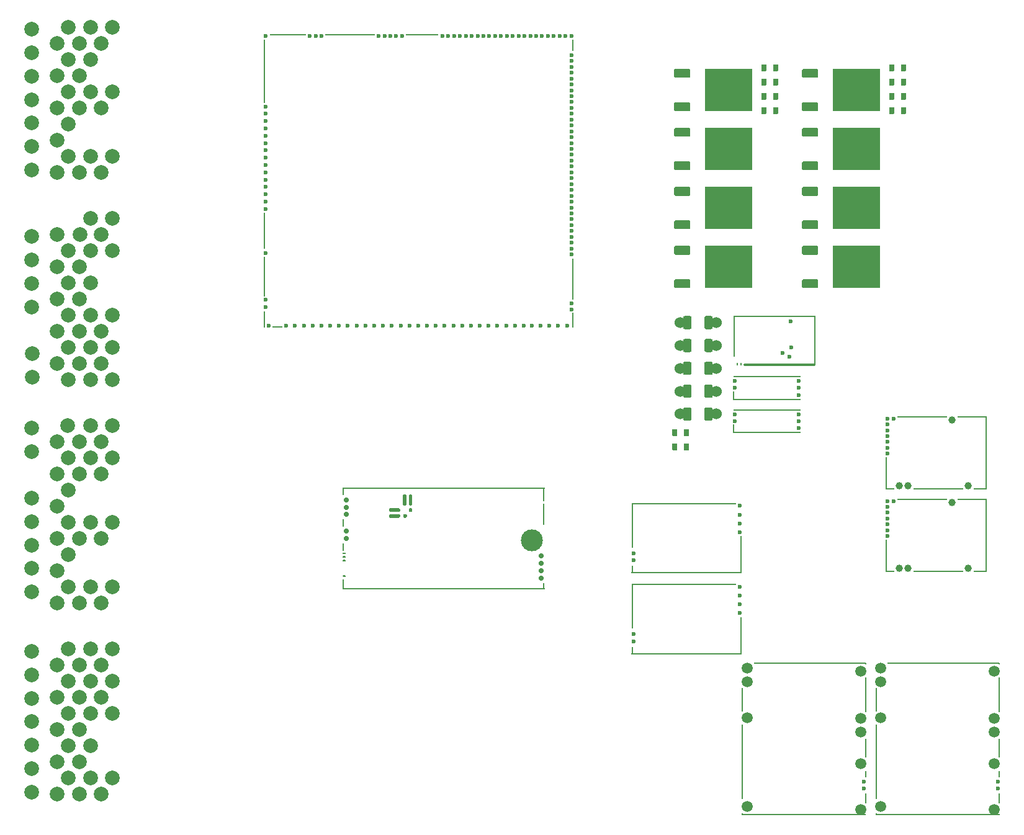
<source format=gtl>
G04 #@! TF.GenerationSoftware,KiCad,Pcbnew,8.0.9-8.0.9-0~ubuntu24.04.1*
G04 #@! TF.CreationDate,2025-02-19T22:05:32+00:00*
G04 #@! TF.ProjectId,rusefiSTI2004,72757365-6669-4535-9449-323030342e6b,rev?*
G04 #@! TF.SameCoordinates,Original*
G04 #@! TF.FileFunction,Copper,L1,Top*
G04 #@! TF.FilePolarity,Positive*
%FSLAX46Y46*%
G04 Gerber Fmt 4.6, Leading zero omitted, Abs format (unit mm)*
G04 Created by KiCad (PCBNEW 8.0.9-8.0.9-0~ubuntu24.04.1) date 2025-02-19 22:05:32*
%MOMM*%
%LPD*%
G01*
G04 APERTURE LIST*
G04 #@! TA.AperFunction,ComponentPad*
%ADD10C,0.600000*%
G04 #@! TD*
G04 #@! TA.AperFunction,SMDPad,CuDef*
%ADD11R,0.250000X6.185000*%
G04 #@! TD*
G04 #@! TA.AperFunction,SMDPad,CuDef*
%ADD12R,0.250000X1.115000*%
G04 #@! TD*
G04 #@! TA.AperFunction,SMDPad,CuDef*
%ADD13R,14.275000X0.250000*%
G04 #@! TD*
G04 #@! TA.AperFunction,SMDPad,CuDef*
%ADD14R,15.100000X0.250000*%
G04 #@! TD*
G04 #@! TA.AperFunction,SMDPad,CuDef*
%ADD15R,0.250000X5.175000*%
G04 #@! TD*
G04 #@! TA.AperFunction,SMDPad,CuDef*
%ADD16R,6.400000X5.800000*%
G04 #@! TD*
G04 #@! TA.AperFunction,ComponentPad*
%ADD17C,0.700000*%
G04 #@! TD*
G04 #@! TA.AperFunction,SMDPad,CuDef*
%ADD18C,3.000000*%
G04 #@! TD*
G04 #@! TA.AperFunction,SMDPad,CuDef*
%ADD19R,0.250000X3.000000*%
G04 #@! TD*
G04 #@! TA.AperFunction,SMDPad,CuDef*
%ADD20R,0.250000X1.100000*%
G04 #@! TD*
G04 #@! TA.AperFunction,SMDPad,CuDef*
%ADD21R,0.250000X0.980000*%
G04 #@! TD*
G04 #@! TA.AperFunction,SMDPad,CuDef*
%ADD22R,0.250000X1.450000*%
G04 #@! TD*
G04 #@! TA.AperFunction,SMDPad,CuDef*
%ADD23R,27.600000X0.250000*%
G04 #@! TD*
G04 #@! TA.AperFunction,SMDPad,CuDef*
%ADD24R,0.250000X1.950000*%
G04 #@! TD*
G04 #@! TA.AperFunction,SMDPad,CuDef*
%ADD25R,0.250000X0.950000*%
G04 #@! TD*
G04 #@! TA.AperFunction,SMDPad,CuDef*
%ADD26R,0.200000X4.400000*%
G04 #@! TD*
G04 #@! TA.AperFunction,SMDPad,CuDef*
%ADD27R,1.200000X0.200000*%
G04 #@! TD*
G04 #@! TA.AperFunction,SMDPad,CuDef*
%ADD28R,6.800000X0.200000*%
G04 #@! TD*
G04 #@! TA.AperFunction,SMDPad,CuDef*
%ADD29R,4.000000X0.200000*%
G04 #@! TD*
G04 #@! TA.AperFunction,SMDPad,CuDef*
%ADD30R,1.800000X0.200000*%
G04 #@! TD*
G04 #@! TA.AperFunction,SMDPad,CuDef*
%ADD31R,0.200000X10.000000*%
G04 #@! TD*
G04 #@! TA.AperFunction,ComponentPad*
%ADD32C,1.000000*%
G04 #@! TD*
G04 #@! TA.AperFunction,ComponentPad*
%ADD33C,1.524000*%
G04 #@! TD*
G04 #@! TA.AperFunction,ComponentPad*
%ADD34C,1.500000*%
G04 #@! TD*
G04 #@! TA.AperFunction,SMDPad,CuDef*
%ADD35O,0.200000X3.300000*%
G04 #@! TD*
G04 #@! TA.AperFunction,SMDPad,CuDef*
%ADD36O,0.200000X10.200000*%
G04 #@! TD*
G04 #@! TA.AperFunction,SMDPad,CuDef*
%ADD37O,0.200000X0.300000*%
G04 #@! TD*
G04 #@! TA.AperFunction,SMDPad,CuDef*
%ADD38O,17.000000X0.200000*%
G04 #@! TD*
G04 #@! TA.AperFunction,SMDPad,CuDef*
%ADD39O,15.400000X0.200000*%
G04 #@! TD*
G04 #@! TA.AperFunction,SMDPad,CuDef*
%ADD40O,0.200000X4.800000*%
G04 #@! TD*
G04 #@! TA.AperFunction,SMDPad,CuDef*
%ADD41O,0.200000X2.600000*%
G04 #@! TD*
G04 #@! TA.AperFunction,SMDPad,CuDef*
%ADD42O,0.200000X1.000000*%
G04 #@! TD*
G04 #@! TA.AperFunction,SMDPad,CuDef*
%ADD43O,0.200000X1.500000*%
G04 #@! TD*
G04 #@! TA.AperFunction,SMDPad,CuDef*
%ADD44O,0.200000X5.669999*%
G04 #@! TD*
G04 #@! TA.AperFunction,SMDPad,CuDef*
%ADD45O,11.100001X0.200000*%
G04 #@! TD*
G04 #@! TA.AperFunction,SMDPad,CuDef*
%ADD46O,9.800001X0.399999*%
G04 #@! TD*
G04 #@! TA.AperFunction,SMDPad,CuDef*
%ADD47O,0.499999X0.250000*%
G04 #@! TD*
G04 #@! TA.AperFunction,SMDPad,CuDef*
%ADD48O,0.200000X6.799999*%
G04 #@! TD*
G04 #@! TA.AperFunction,SMDPad,CuDef*
%ADD49O,0.250000X0.499999*%
G04 #@! TD*
G04 #@! TA.AperFunction,ComponentPad*
%ADD50C,0.599999*%
G04 #@! TD*
G04 #@! TA.AperFunction,SMDPad,CuDef*
%ADD51O,0.200000X1.225000*%
G04 #@! TD*
G04 #@! TA.AperFunction,SMDPad,CuDef*
%ADD52O,9.300000X0.200000*%
G04 #@! TD*
G04 #@! TA.AperFunction,ComponentPad*
%ADD53C,2.000000*%
G04 #@! TD*
G04 #@! TA.AperFunction,SMDPad,CuDef*
%ADD54R,0.200000X2.300000*%
G04 #@! TD*
G04 #@! TA.AperFunction,SMDPad,CuDef*
%ADD55R,0.200000X5.400000*%
G04 #@! TD*
G04 #@! TA.AperFunction,SMDPad,CuDef*
%ADD56R,0.200000X8.600000*%
G04 #@! TD*
G04 #@! TA.AperFunction,SMDPad,CuDef*
%ADD57R,0.200000X5.000000*%
G04 #@! TD*
G04 #@! TA.AperFunction,SMDPad,CuDef*
%ADD58R,1.400000X0.200000*%
G04 #@! TD*
G04 #@! TA.AperFunction,SMDPad,CuDef*
%ADD59R,5.000000X0.200000*%
G04 #@! TD*
G04 #@! TA.AperFunction,SMDPad,CuDef*
%ADD60R,4.500000X0.200000*%
G04 #@! TD*
G04 #@! TA.AperFunction,SMDPad,CuDef*
%ADD61R,0.200000X1.600000*%
G04 #@! TD*
G04 #@! TA.AperFunction,SMDPad,CuDef*
%ADD62R,0.200000X5.700000*%
G04 #@! TD*
G04 #@! TA.AperFunction,SMDPad,CuDef*
%ADD63R,0.200000X2.000000*%
G04 #@! TD*
G04 APERTURE END LIST*
D10*
G04 #@! TO.P,M6,E1,Thresh_IN*
G04 #@! TO.N,/THRESHOLD_VR_CR*
X102325000Y30312500D03*
G04 #@! TO.P,M6,E2,OUT_A*
G04 #@! TO.N,/VR_ANALOG_CR*
X102325000Y29112500D03*
G04 #@! TO.P,M6,E3,OUT*
G04 #@! TO.N,/IN_CRANK*
X102325000Y31512500D03*
G04 #@! TO.P,M6,E4,V5_IN*
G04 #@! TO.N,+5VA*
X102325000Y32712500D03*
D11*
G04 #@! TO.P,M6,G,GND*
G04 #@! TO.N,GND*
X87675000Y30045000D03*
D12*
X87675000Y23995000D03*
D13*
X94687500Y33012500D03*
D14*
X95100000Y23562500D03*
D15*
X102525000Y26025000D03*
D10*
G04 #@! TO.P,M6,W1,VR-*
G04 #@! TO.N,/IN_CRANK-*
X87900000Y26252500D03*
G04 #@! TO.P,M6,W2,VR+*
G04 #@! TO.N,/IN_CRANK+*
X87900000Y25252500D03*
G04 #@! TD*
G04 #@! TO.P,R6,1*
G04 #@! TO.N,/INJ4*
G04 #@! TA.AperFunction,SMDPad,CuDef*
G36*
G01*
X105275000Y97311267D02*
X105275000Y98091267D01*
G75*
G02*
X105345000Y98161267I70000J0D01*
G01*
X105905000Y98161267D01*
G75*
G02*
X105975000Y98091267I0J-70000D01*
G01*
X105975000Y97311267D01*
G75*
G02*
X105905000Y97241267I-70000J0D01*
G01*
X105345000Y97241267D01*
G75*
G02*
X105275000Y97311267I0J70000D01*
G01*
G37*
G04 #@! TD.AperFunction*
G04 #@! TO.P,R6,2*
G04 #@! TO.N,GND*
G04 #@! TA.AperFunction,SMDPad,CuDef*
G36*
G01*
X106875000Y97311267D02*
X106875000Y98091267D01*
G75*
G02*
X106945000Y98161267I70000J0D01*
G01*
X107505000Y98161267D01*
G75*
G02*
X107575000Y98091267I0J-70000D01*
G01*
X107575000Y97311267D01*
G75*
G02*
X107505000Y97241267I-70000J0D01*
G01*
X106945000Y97241267D01*
G75*
G02*
X106875000Y97311267I0J70000D01*
G01*
G37*
G04 #@! TD.AperFunction*
G04 #@! TD*
G04 #@! TO.P,Q2,1,IN*
G04 #@! TO.N,/INJ2*
G04 #@! TA.AperFunction,SMDPad,CuDef*
G36*
G01*
X93400000Y94250000D02*
X93400000Y95210000D01*
G75*
G02*
X93520000Y95330000I120000J0D01*
G01*
X95480000Y95330000D01*
G75*
G02*
X95600000Y95210000I0J-120000D01*
G01*
X95600000Y94250000D01*
G75*
G02*
X95480000Y94130000I-120000J0D01*
G01*
X93520000Y94130000D01*
G75*
G02*
X93400000Y94250000I0J120000D01*
G01*
G37*
G04 #@! TD.AperFunction*
D16*
G04 #@! TO.P,Q2,2,D*
G04 #@! TO.N,/OUT_INJ2*
X100800000Y92450000D03*
G04 #@! TO.P,Q2,3,S*
G04 #@! TO.N,GND*
G04 #@! TA.AperFunction,SMDPad,CuDef*
G36*
G01*
X93400000Y89690000D02*
X93400000Y90650000D01*
G75*
G02*
X93520000Y90770000I120000J0D01*
G01*
X95480000Y90770000D01*
G75*
G02*
X95600000Y90650000I0J-120000D01*
G01*
X95600000Y89690000D01*
G75*
G02*
X95480000Y89570000I-120000J0D01*
G01*
X93520000Y89570000D01*
G75*
G02*
X93400000Y89690000I0J120000D01*
G01*
G37*
G04 #@! TD.AperFunction*
G04 #@! TD*
D17*
G04 #@! TO.P,M3,E1,LSU_Un*
G04 #@! TO.N,unconnected-(M3-LSU_Un-PadE1)*
X75225000Y33925000D03*
G04 #@! TO.P,M3,E2,LSU_Vm*
G04 #@! TO.N,unconnected-(M3-LSU_Vm-PadE2)*
X75225000Y36925000D03*
G04 #@! TO.P,M3,E3,LSU_Ip*
G04 #@! TO.N,unconnected-(M3-LSU_Ip-PadE3)*
X75225000Y35925000D03*
G04 #@! TO.P,M3,E4,LSU_Rtrim*
G04 #@! TO.N,unconnected-(M3-LSU_Rtrim-PadE4)*
X75225000Y34925000D03*
D18*
G04 #@! TO.P,M3,E5,LSU_H+*
G04 #@! TO.N,unconnected-(M3-LSU_H+-PadE5)*
X73975000Y39075000D03*
D19*
G04 #@! TO.P,M3,E6,LSU_H-*
G04 #@! TO.N,unconnected-(M3-LSU_H--PadE6)*
X75600000Y42575000D03*
D20*
G04 #@! TO.P,M3,G,GND*
G04 #@! TO.N,unconnected-(M3-GND-PadG)*
X48250000Y45775000D03*
D21*
X48250000Y41435000D03*
X48250000Y38135000D03*
D22*
X48250000Y33050000D03*
D23*
X61925000Y46200000D03*
X61925000Y32450000D03*
D24*
X75600000Y45350000D03*
D25*
X75600000Y32800000D03*
G04 #@! TO.P,M3,J1,SEL1*
G04 #@! TO.N,unconnected-(M3-SEL1-PadJ1)*
G04 #@! TA.AperFunction,SMDPad,CuDef*
G36*
G01*
X57675000Y45175000D02*
X57675000Y43925000D01*
G75*
G02*
X57550000Y43800000I-125000J0D01*
G01*
X57300000Y43800000D01*
G75*
G02*
X57175000Y43925000I0J125000D01*
G01*
X57175000Y45175000D01*
G75*
G02*
X57300000Y45300000I125000J0D01*
G01*
X57550000Y45300000D01*
G75*
G02*
X57675000Y45175000I0J-125000D01*
G01*
G37*
G04 #@! TD.AperFunction*
G04 #@! TO.P,M3,J2,SEL2*
G04 #@! TO.N,unconnected-(M3-SEL2-PadJ2)*
G04 #@! TA.AperFunction,SMDPad,CuDef*
G36*
G01*
X56000000Y42500000D02*
X56000000Y42250000D01*
G75*
G02*
X55875000Y42125000I-125000J0D01*
G01*
X54625000Y42125000D01*
G75*
G02*
X54500000Y42250000I0J125000D01*
G01*
X54500000Y42500000D01*
G75*
G02*
X54625000Y42625000I125000J0D01*
G01*
X55875000Y42625000D01*
G75*
G02*
X56000000Y42500000I0J-125000D01*
G01*
G37*
G04 #@! TD.AperFunction*
G04 #@! TO.P,M3,J_GND1,PULL_DOWN1*
G04 #@! TO.N,unconnected-(M3-PULL_DOWN1-PadJ_GND1)*
G04 #@! TA.AperFunction,SMDPad,CuDef*
G36*
G01*
X56875000Y45175000D02*
X56875000Y43925000D01*
G75*
G02*
X56750000Y43800000I-125000J0D01*
G01*
X56500000Y43800000D01*
G75*
G02*
X56375000Y43925000I0J125000D01*
G01*
X56375000Y45175000D01*
G75*
G02*
X56500000Y45300000I125000J0D01*
G01*
X56750000Y45300000D01*
G75*
G02*
X56875000Y45175000I0J-125000D01*
G01*
G37*
G04 #@! TD.AperFunction*
G04 #@! TO.P,M3,J_GND2,PULL_DOWN2*
G04 #@! TO.N,unconnected-(M3-PULL_DOWN2-PadJ_GND2)*
G04 #@! TA.AperFunction,SMDPad,CuDef*
G36*
G01*
X56550000Y42625000D02*
X56800000Y42625000D01*
G75*
G02*
X56925000Y42500000I0J-125000D01*
G01*
X56925000Y42250000D01*
G75*
G02*
X56800000Y42125000I-125000J0D01*
G01*
X56550000Y42125000D01*
G75*
G02*
X56425000Y42250000I0J125000D01*
G01*
X56425000Y42500000D01*
G75*
G02*
X56550000Y42625000I125000J0D01*
G01*
G37*
G04 #@! TD.AperFunction*
G04 #@! TO.P,M3,J_VCC1,PULL_UP1*
G04 #@! TO.N,unconnected-(M3-PULL_UP1-PadJ_VCC1)*
G04 #@! TA.AperFunction,SMDPad,CuDef*
G36*
G01*
X57675000Y43300000D02*
X57675000Y43050000D01*
G75*
G02*
X57550000Y42925000I-125000J0D01*
G01*
X57300000Y42925000D01*
G75*
G02*
X57175000Y43050000I0J125000D01*
G01*
X57175000Y43300000D01*
G75*
G02*
X57300000Y43425000I125000J0D01*
G01*
X57550000Y43425000D01*
G75*
G02*
X57675000Y43300000I0J-125000D01*
G01*
G37*
G04 #@! TD.AperFunction*
G04 #@! TO.P,M3,J_VCC2,PULL_UP2*
G04 #@! TO.N,unconnected-(M3-PULL_UP2-PadJ_VCC2)*
G04 #@! TA.AperFunction,SMDPad,CuDef*
G36*
G01*
X56000000Y43300000D02*
X56000000Y43050000D01*
G75*
G02*
X55875000Y42925000I-125000J0D01*
G01*
X54625000Y42925000D01*
G75*
G02*
X54500000Y43050000I0J125000D01*
G01*
X54500000Y43300000D01*
G75*
G02*
X54625000Y43425000I125000J0D01*
G01*
X55875000Y43425000D01*
G75*
G02*
X56000000Y43300000I0J-125000D01*
G01*
G37*
G04 #@! TD.AperFunction*
D17*
G04 #@! TO.P,M3,W1,V5_IN*
G04 #@! TO.N,unconnected-(M3-V5_IN-PadW1)*
X48633800Y43575000D03*
G04 #@! TO.P,M3,W2,CAN_VIO*
G04 #@! TO.N,unconnected-(M3-CAN_VIO-PadW2)*
X48633800Y42575000D03*
G04 #@! TO.P,M3,W3,CANL*
G04 #@! TO.N,unconnected-(M3-CANL-PadW3)*
X48633800Y39279000D03*
G04 #@! TO.P,M3,W4,CANH*
G04 #@! TO.N,unconnected-(M3-CANH-PadW4)*
X48633800Y40295000D03*
G04 #@! TO.P,M3,W5,nReset*
G04 #@! TO.N,unconnected-(M3-nReset-PadW5)*
G04 #@! TA.AperFunction,SMDPad,CuDef*
G36*
G01*
X48125000Y37275000D02*
X48125000Y37275000D01*
G75*
G02*
X48250000Y37400000I125000J0D01*
G01*
X48500000Y37400000D01*
G75*
G02*
X48625000Y37275000I0J-125000D01*
G01*
X48625000Y37275000D01*
G75*
G02*
X48500000Y37150000I-125000J0D01*
G01*
X48250000Y37150000D01*
G75*
G02*
X48125000Y37275000I0J125000D01*
G01*
G37*
G04 #@! TD.AperFunction*
G04 #@! TO.P,M3,W6,SWDIO*
G04 #@! TO.N,unconnected-(M3-SWDIO-PadW6)*
G04 #@! TA.AperFunction,SMDPad,CuDef*
G36*
G01*
X48125000Y36775000D02*
X48125000Y36775000D01*
G75*
G02*
X48250000Y36900000I125000J0D01*
G01*
X48500000Y36900000D01*
G75*
G02*
X48625000Y36775000I0J-125000D01*
G01*
X48625000Y36775000D01*
G75*
G02*
X48500000Y36650000I-125000J0D01*
G01*
X48250000Y36650000D01*
G75*
G02*
X48125000Y36775000I0J125000D01*
G01*
G37*
G04 #@! TD.AperFunction*
G04 #@! TO.P,M3,W7,SWCLK*
G04 #@! TO.N,unconnected-(M3-SWCLK-PadW7)*
G04 #@! TA.AperFunction,SMDPad,CuDef*
G36*
G01*
X48125000Y36275000D02*
X48125000Y36275000D01*
G75*
G02*
X48250000Y36400000I125000J0D01*
G01*
X48500000Y36400000D01*
G75*
G02*
X48625000Y36275000I0J-125000D01*
G01*
X48625000Y36275000D01*
G75*
G02*
X48500000Y36150000I-125000J0D01*
G01*
X48250000Y36150000D01*
G75*
G02*
X48125000Y36275000I0J125000D01*
G01*
G37*
G04 #@! TD.AperFunction*
G04 #@! TO.P,M3,W8,V33_OUT*
G04 #@! TO.N,unconnected-(M3-V33_OUT-PadW8)*
G04 #@! TA.AperFunction,SMDPad,CuDef*
G36*
G01*
X48125000Y34175000D02*
X48125000Y34175000D01*
G75*
G02*
X48250000Y34300000I125000J0D01*
G01*
X48500000Y34300000D01*
G75*
G02*
X48625000Y34175000I0J-125000D01*
G01*
X48625000Y34175000D01*
G75*
G02*
X48500000Y34050000I-125000J0D01*
G01*
X48250000Y34050000D01*
G75*
G02*
X48125000Y34175000I0J125000D01*
G01*
G37*
G04 #@! TD.AperFunction*
G04 #@! TO.P,M3,W9,VDDA*
G04 #@! TO.N,unconnected-(M3-VDDA-PadW9)*
X48633800Y44575000D03*
G04 #@! TD*
D26*
G04 #@! TO.P,M9,G,GND*
G04 #@! TO.N,unconnected-(M9-GND-PadG)*
X122325000Y36925000D03*
D27*
X122825000Y34825000D03*
D28*
X127225000Y44625000D03*
X129425000Y34825000D03*
D29*
X134025000Y44625000D03*
D30*
X135125000Y34825000D03*
D31*
X135925000Y39725000D03*
D10*
G04 #@! TO.P,M9,N1,MOSI*
G04 #@! TO.N,unconnected-(M9-MOSI-PadN1)*
X123325000Y44425000D03*
D32*
G04 #@! TO.P,M9,N2,12V_IN*
G04 #@! TO.N,unconnected-(M9-12V_IN-PadN2)*
X131325000Y44225000D03*
G04 #@! TO.P,M9,S1,12V_IN*
G04 #@! TO.N,unconnected-(M9-12V_IN-PadS1)*
X124125000Y35225000D03*
G04 #@! TO.P,M9,S2,OUT-*
G04 #@! TO.N,unconnected-(M9-OUT--PadS2)*
X125325000Y35225000D03*
G04 #@! TO.P,M9,S3,OUT+*
G04 #@! TO.N,unconnected-(M9-OUT+-PadS3)*
X133525000Y35225000D03*
D10*
G04 #@! TO.P,M9,W1,DIS*
G04 #@! TO.N,unconnected-(M9-DIS-PadW1)*
X122525000Y44425000D03*
G04 #@! TO.P,M9,W2,PWM*
G04 #@! TO.N,unconnected-(M9-PWM-PadW2)*
X122525000Y43625000D03*
G04 #@! TO.P,M9,W3,SCLK*
G04 #@! TO.N,unconnected-(M9-SCLK-PadW3)*
X122525000Y42825000D03*
G04 #@! TO.P,M9,W4,DIR*
G04 #@! TO.N,unconnected-(M9-DIR-PadW4)*
X122525000Y42025000D03*
G04 #@! TO.P,M9,W5,3V3_IN*
G04 #@! TO.N,unconnected-(M9-3V3_IN-PadW5)*
X122525000Y41225000D03*
G04 #@! TO.P,M9,W6,MISO*
G04 #@! TO.N,unconnected-(M9-MISO-PadW6)*
X122525000Y40425000D03*
G04 #@! TO.P,M9,W7,~CS*
G04 #@! TO.N,unconnected-(M9-~CS-PadW7)*
X122525000Y39625000D03*
G04 #@! TD*
D33*
G04 #@! TO.P,F2,1,1*
G04 #@! TO.N,Net-(F2-Pad1)*
X94185000Y65645000D03*
G04 #@! TA.AperFunction,SMDPad,CuDef*
G36*
G01*
X95529990Y64745000D02*
X94839990Y64745000D01*
G75*
G02*
X94609990Y64975000I0J230000D01*
G01*
X94609990Y66315000D01*
G75*
G02*
X94839990Y66545000I230000J0D01*
G01*
X95529990Y66545000D01*
G75*
G02*
X95759990Y66315000I0J-230000D01*
G01*
X95759990Y64975000D01*
G75*
G02*
X95529990Y64745000I-230000J0D01*
G01*
G37*
G04 #@! TD.AperFunction*
G04 #@! TO.P,F2,2,2*
G04 #@! TO.N,/OUT_IGN3*
G04 #@! TA.AperFunction,SMDPad,CuDef*
G36*
G01*
X98430010Y64745000D02*
X97740010Y64745000D01*
G75*
G02*
X97510010Y64975000I0J230000D01*
G01*
X97510010Y66315000D01*
G75*
G02*
X97740010Y66545000I230000J0D01*
G01*
X98430010Y66545000D01*
G75*
G02*
X98660010Y66315000I0J-230000D01*
G01*
X98660010Y64975000D01*
G75*
G02*
X98430010Y64745000I-230000J0D01*
G01*
G37*
G04 #@! TD.AperFunction*
X99085000Y65645000D03*
G04 #@! TD*
G04 #@! TO.P,R8,1*
G04 #@! TO.N,/FAN_RELAY_1*
G04 #@! TA.AperFunction,SMDPad,CuDef*
G36*
G01*
X122725000Y101209359D02*
X122725000Y101989359D01*
G75*
G02*
X122795000Y102059359I70000J0D01*
G01*
X123355000Y102059359D01*
G75*
G02*
X123425000Y101989359I0J-70000D01*
G01*
X123425000Y101209359D01*
G75*
G02*
X123355000Y101139359I-70000J0D01*
G01*
X122795000Y101139359D01*
G75*
G02*
X122725000Y101209359I0J70000D01*
G01*
G37*
G04 #@! TD.AperFunction*
G04 #@! TO.P,R8,2*
G04 #@! TO.N,GND*
G04 #@! TA.AperFunction,SMDPad,CuDef*
G36*
G01*
X124325000Y101209359D02*
X124325000Y101989359D01*
G75*
G02*
X124395000Y102059359I70000J0D01*
G01*
X124955000Y102059359D01*
G75*
G02*
X125025000Y101989359I0J-70000D01*
G01*
X125025000Y101209359D01*
G75*
G02*
X124955000Y101139359I-70000J0D01*
G01*
X124395000Y101139359D01*
G75*
G02*
X124325000Y101209359I0J70000D01*
G01*
G37*
G04 #@! TD.AperFunction*
G04 #@! TD*
G04 #@! TO.P,R2,1*
G04 #@! TO.N,GND*
G04 #@! TA.AperFunction,SMDPad,CuDef*
G36*
G01*
X93125000Y51409359D02*
X93125000Y52189359D01*
G75*
G02*
X93195000Y52259359I70000J0D01*
G01*
X93755000Y52259359D01*
G75*
G02*
X93825000Y52189359I0J-70000D01*
G01*
X93825000Y51409359D01*
G75*
G02*
X93755000Y51339359I-70000J0D01*
G01*
X93195000Y51339359D01*
G75*
G02*
X93125000Y51409359I0J70000D01*
G01*
G37*
G04 #@! TD.AperFunction*
G04 #@! TO.P,R2,2*
G04 #@! TO.N,/IN_VMAIN*
G04 #@! TA.AperFunction,SMDPad,CuDef*
G36*
G01*
X94725000Y51409359D02*
X94725000Y52189359D01*
G75*
G02*
X94795000Y52259359I70000J0D01*
G01*
X95355000Y52259359D01*
G75*
G02*
X95425000Y52189359I0J-70000D01*
G01*
X95425000Y51409359D01*
G75*
G02*
X95355000Y51339359I-70000J0D01*
G01*
X94795000Y51339359D01*
G75*
G02*
X94725000Y51409359I0J70000D01*
G01*
G37*
G04 #@! TD.AperFunction*
G04 #@! TD*
G04 #@! TO.P,F3,1,1*
G04 #@! TO.N,Net-(F3-Pad1)*
X94185000Y62525000D03*
G04 #@! TA.AperFunction,SMDPad,CuDef*
G36*
G01*
X95529990Y61625000D02*
X94839990Y61625000D01*
G75*
G02*
X94609990Y61855000I0J230000D01*
G01*
X94609990Y63195000D01*
G75*
G02*
X94839990Y63425000I230000J0D01*
G01*
X95529990Y63425000D01*
G75*
G02*
X95759990Y63195000I0J-230000D01*
G01*
X95759990Y61855000D01*
G75*
G02*
X95529990Y61625000I-230000J0D01*
G01*
G37*
G04 #@! TD.AperFunction*
G04 #@! TO.P,F3,2,2*
G04 #@! TO.N,/OUT_IGN2*
G04 #@! TA.AperFunction,SMDPad,CuDef*
G36*
G01*
X98430010Y61625000D02*
X97740010Y61625000D01*
G75*
G02*
X97510010Y61855000I0J230000D01*
G01*
X97510010Y63195000D01*
G75*
G02*
X97740010Y63425000I230000J0D01*
G01*
X98430010Y63425000D01*
G75*
G02*
X98660010Y63195000I0J-230000D01*
G01*
X98660010Y61855000D01*
G75*
G02*
X98430010Y61625000I-230000J0D01*
G01*
G37*
G04 #@! TD.AperFunction*
X99085000Y62525000D03*
G04 #@! TD*
G04 #@! TO.P,R5,1*
G04 #@! TO.N,/INJ3*
G04 #@! TA.AperFunction,SMDPad,CuDef*
G36*
G01*
X105275000Y99260313D02*
X105275000Y100040313D01*
G75*
G02*
X105345000Y100110313I70000J0D01*
G01*
X105905000Y100110313D01*
G75*
G02*
X105975000Y100040313I0J-70000D01*
G01*
X105975000Y99260313D01*
G75*
G02*
X105905000Y99190313I-70000J0D01*
G01*
X105345000Y99190313D01*
G75*
G02*
X105275000Y99260313I0J70000D01*
G01*
G37*
G04 #@! TD.AperFunction*
G04 #@! TO.P,R5,2*
G04 #@! TO.N,GND*
G04 #@! TA.AperFunction,SMDPad,CuDef*
G36*
G01*
X106875000Y99260313D02*
X106875000Y100040313D01*
G75*
G02*
X106945000Y100110313I70000J0D01*
G01*
X107505000Y100110313D01*
G75*
G02*
X107575000Y100040313I0J-70000D01*
G01*
X107575000Y99260313D01*
G75*
G02*
X107505000Y99190313I-70000J0D01*
G01*
X106945000Y99190313D01*
G75*
G02*
X106875000Y99260313I0J70000D01*
G01*
G37*
G04 #@! TD.AperFunction*
G04 #@! TD*
G04 #@! TO.P,Q4,1,IN*
G04 #@! TO.N,/INJ4*
G04 #@! TA.AperFunction,SMDPad,CuDef*
G36*
G01*
X93400000Y78150000D02*
X93400000Y79110000D01*
G75*
G02*
X93520000Y79230000I120000J0D01*
G01*
X95480000Y79230000D01*
G75*
G02*
X95600000Y79110000I0J-120000D01*
G01*
X95600000Y78150000D01*
G75*
G02*
X95480000Y78030000I-120000J0D01*
G01*
X93520000Y78030000D01*
G75*
G02*
X93400000Y78150000I0J120000D01*
G01*
G37*
G04 #@! TD.AperFunction*
D16*
G04 #@! TO.P,Q4,2,D*
G04 #@! TO.N,/OUT_INJ4*
X100800000Y76350000D03*
G04 #@! TO.P,Q4,3,S*
G04 #@! TO.N,GND*
G04 #@! TA.AperFunction,SMDPad,CuDef*
G36*
G01*
X93400000Y73590000D02*
X93400000Y74550000D01*
G75*
G02*
X93520000Y74670000I120000J0D01*
G01*
X95480000Y74670000D01*
G75*
G02*
X95600000Y74550000I0J-120000D01*
G01*
X95600000Y73590000D01*
G75*
G02*
X95480000Y73470000I-120000J0D01*
G01*
X93520000Y73470000D01*
G75*
G02*
X93400000Y73590000I0J120000D01*
G01*
G37*
G04 #@! TD.AperFunction*
G04 #@! TD*
D10*
G04 #@! TO.P,M5,E1,Thresh_IN*
G04 #@! TO.N,/THRESHOLD_VR_CR*
X102325000Y41362500D03*
G04 #@! TO.P,M5,E2,OUT_A*
G04 #@! TO.N,/VR_ANALOG_CR*
X102325000Y40162500D03*
G04 #@! TO.P,M5,E3,OUT*
G04 #@! TO.N,/IN_CRANK*
X102325000Y42562500D03*
G04 #@! TO.P,M5,E4,V5_IN*
G04 #@! TO.N,+5VA*
X102325000Y43762500D03*
D11*
G04 #@! TO.P,M5,G,GND*
G04 #@! TO.N,GND*
X87675000Y41095000D03*
D12*
X87675000Y35045000D03*
D13*
X94687500Y44062500D03*
D14*
X95100000Y34612500D03*
D15*
X102525000Y37075000D03*
D10*
G04 #@! TO.P,M5,W1,VR-*
G04 #@! TO.N,/IN_CRANK-*
X87900000Y37302500D03*
G04 #@! TO.P,M5,W2,VR+*
G04 #@! TO.N,/IN_CRANK+*
X87900000Y36302500D03*
G04 #@! TD*
D34*
G04 #@! TO.P,M8,E1,VBAT*
G04 #@! TO.N,unconnected-(M8-VBAT-PadE1)*
X118849995Y21149996D03*
G04 #@! TO.P,M8,E2,V12*
G04 #@! TO.N,unconnected-(M8-V12-PadE2)*
X118849995Y14749999D03*
G04 #@! TO.P,M8,E3,VIGN*
G04 #@! TO.N,unconnected-(M8-VIGN-PadE3)*
X118849995Y12849996D03*
G04 #@! TO.P,M8,E4,V5*
G04 #@! TO.N,unconnected-(M8-V5-PadE4)*
X118849995Y8549996D03*
D10*
G04 #@! TO.P,M8,E5,EN_5VP*
G04 #@! TO.N,unconnected-(M8-EN_5VP-PadE5)*
X119299994Y6149999D03*
G04 #@! TO.P,M8,E6,PG_5VP*
G04 #@! TO.N,unconnected-(M8-PG_5VP-PadE6)*
X119299994Y5149998D03*
D35*
G04 #@! TO.P,M8,S1,GND*
G04 #@! TO.N,unconnected-(M8-GND-PadS1)*
X102699999Y17299996D03*
D36*
X102699999Y8799998D03*
D37*
X102699999Y1699996D03*
D38*
X111099997Y1649996D03*
D39*
X111899998Y22249996D03*
D34*
X118849995Y2299996D03*
D37*
X119499996Y22199996D03*
D40*
X119499996Y17999998D03*
D41*
X119499996Y10649996D03*
D42*
X119499996Y7149999D03*
D43*
X119499996Y3849998D03*
D34*
G04 #@! TO.P,M8,V1,V12_PERM*
G04 #@! TO.N,unconnected-(M8-V12_PERM-PadV1)*
X103349998Y21599998D03*
G04 #@! TO.P,M8,V2,IN_VIGN*
G04 #@! TO.N,unconnected-(M8-IN_VIGN-PadV2)*
X103349998Y19749999D03*
G04 #@! TO.P,M8,V3,V12_RAW*
G04 #@! TO.N,unconnected-(M8-V12_RAW-PadV3)*
X103349998Y14799996D03*
G04 #@! TO.P,M8,V4,5VP*
G04 #@! TO.N,unconnected-(M8-5VP-PadV4)*
X103349998Y2749998D03*
G04 #@! TD*
D44*
G04 #@! TO.P,M4,E1,GND*
G04 #@! TO.N,unconnected-(M4-GND-PadE1)*
X101594997Y66875826D03*
D45*
X107069998Y69613326D03*
D46*
X107769999Y63013329D03*
D47*
X112394993Y63013329D03*
D48*
X112569997Y66275827D03*
D49*
G04 #@! TO.P,M4,S1,CANL*
G04 #@! TO.N,unconnected-(M4-CANL-PadS1)*
X102044999Y63063327D03*
G04 #@! TO.P,M4,S2,CANH*
G04 #@! TO.N,unconnected-(M4-CANH-PadS2)*
X102545000Y63063327D03*
D50*
G04 #@! TO.P,M4,V1,V5*
G04 #@! TO.N,unconnected-(M4-V5-PadV1)*
X109094997Y64113325D03*
G04 #@! TO.P,M4,V2,CAN_VIO*
G04 #@! TO.N,unconnected-(M4-CAN_VIO-PadV2)*
X108219995Y64638325D03*
G04 #@! TO.P,M4,V5,CAN_TX*
G04 #@! TO.N,unconnected-(M4-CAN_TX-PadV5)*
X109394999Y65388323D03*
G04 #@! TO.P,M4,V6,CAN_RX*
G04 #@! TO.N,unconnected-(M4-CAN_RX-PadV6)*
X109319996Y68938324D03*
G04 #@! TD*
G04 #@! TO.P,Q7,1,IN*
G04 #@! TO.N,/FAN_RELAY_2*
G04 #@! TA.AperFunction,SMDPad,CuDef*
G36*
G01*
X110850000Y86200000D02*
X110850000Y87160000D01*
G75*
G02*
X110970000Y87280000I120000J0D01*
G01*
X112930000Y87280000D01*
G75*
G02*
X113050000Y87160000I0J-120000D01*
G01*
X113050000Y86200000D01*
G75*
G02*
X112930000Y86080000I-120000J0D01*
G01*
X110970000Y86080000D01*
G75*
G02*
X110850000Y86200000I0J120000D01*
G01*
G37*
G04 #@! TD.AperFunction*
D16*
G04 #@! TO.P,Q7,2,D*
G04 #@! TO.N,/OUT_FAN_RELAY_2*
X118250000Y84400000D03*
G04 #@! TO.P,Q7,3,S*
G04 #@! TO.N,GND*
G04 #@! TA.AperFunction,SMDPad,CuDef*
G36*
G01*
X110850000Y81640000D02*
X110850000Y82600000D01*
G75*
G02*
X110970000Y82720000I120000J0D01*
G01*
X112930000Y82720000D01*
G75*
G02*
X113050000Y82600000I0J-120000D01*
G01*
X113050000Y81640000D01*
G75*
G02*
X112930000Y81520000I-120000J0D01*
G01*
X110970000Y81520000D01*
G75*
G02*
X110850000Y81640000I0J120000D01*
G01*
G37*
G04 #@! TD.AperFunction*
G04 #@! TD*
D10*
G04 #@! TO.P,M7,E1,V5A*
G04 #@! TO.N,unconnected-(M7-V5A-PadE1)*
X110395000Y60794997D03*
D51*
G04 #@! TO.P,M7,E2,GND*
G04 #@! TO.N,unconnected-(M7-GND-PadE2)*
X101495000Y58819997D03*
D52*
X106045000Y61394997D03*
X106045000Y58294997D03*
D10*
X110395000Y59844997D03*
G04 #@! TO.P,M7,E3,OUT_KNOCK*
G04 #@! TO.N,unconnected-(M7-OUT_KNOCK-PadE3)*
X110395000Y58894999D03*
G04 #@! TO.P,M7,W1,IN_KNOCK*
G04 #@! TO.N,unconnected-(M7-IN_KNOCK-PadW1)*
X101695000Y59894997D03*
G04 #@! TO.P,M7,W2,VREF*
G04 #@! TO.N,unconnected-(M7-VREF-PadW2)*
X101695000Y60794997D03*
G04 #@! TD*
G04 #@! TO.P,Q1,1,IN*
G04 #@! TO.N,/INJ1*
G04 #@! TA.AperFunction,SMDPad,CuDef*
G36*
G01*
X93400000Y102300000D02*
X93400000Y103260000D01*
G75*
G02*
X93520000Y103380000I120000J0D01*
G01*
X95480000Y103380000D01*
G75*
G02*
X95600000Y103260000I0J-120000D01*
G01*
X95600000Y102300000D01*
G75*
G02*
X95480000Y102180000I-120000J0D01*
G01*
X93520000Y102180000D01*
G75*
G02*
X93400000Y102300000I0J120000D01*
G01*
G37*
G04 #@! TD.AperFunction*
D16*
G04 #@! TO.P,Q1,2,D*
G04 #@! TO.N,/OUT_INJ1*
X100800000Y100500000D03*
G04 #@! TO.P,Q1,3,S*
G04 #@! TO.N,GND*
G04 #@! TA.AperFunction,SMDPad,CuDef*
G36*
G01*
X93400000Y97740000D02*
X93400000Y98700000D01*
G75*
G02*
X93520000Y98820000I120000J0D01*
G01*
X95480000Y98820000D01*
G75*
G02*
X95600000Y98700000I0J-120000D01*
G01*
X95600000Y97740000D01*
G75*
G02*
X95480000Y97620000I-120000J0D01*
G01*
X93520000Y97620000D01*
G75*
G02*
X93400000Y97740000I0J120000D01*
G01*
G37*
G04 #@! TD.AperFunction*
G04 #@! TD*
G04 #@! TO.P,Q3,1,IN*
G04 #@! TO.N,/INJ3*
G04 #@! TA.AperFunction,SMDPad,CuDef*
G36*
G01*
X93400000Y86200000D02*
X93400000Y87160000D01*
G75*
G02*
X93520000Y87280000I120000J0D01*
G01*
X95480000Y87280000D01*
G75*
G02*
X95600000Y87160000I0J-120000D01*
G01*
X95600000Y86200000D01*
G75*
G02*
X95480000Y86080000I-120000J0D01*
G01*
X93520000Y86080000D01*
G75*
G02*
X93400000Y86200000I0J120000D01*
G01*
G37*
G04 #@! TD.AperFunction*
G04 #@! TO.P,Q3,2,D*
G04 #@! TO.N,/OUT_INJ3*
X100800000Y84400000D03*
G04 #@! TO.P,Q3,3,S*
G04 #@! TO.N,GND*
G04 #@! TA.AperFunction,SMDPad,CuDef*
G36*
G01*
X93400000Y81640000D02*
X93400000Y82600000D01*
G75*
G02*
X93520000Y82720000I120000J0D01*
G01*
X95480000Y82720000D01*
G75*
G02*
X95600000Y82600000I0J-120000D01*
G01*
X95600000Y81640000D01*
G75*
G02*
X95480000Y81520000I-120000J0D01*
G01*
X93520000Y81520000D01*
G75*
G02*
X93400000Y81640000I0J120000D01*
G01*
G37*
G04 #@! TD.AperFunction*
G04 #@! TD*
G04 #@! TO.P,R9,1*
G04 #@! TO.N,/FAN_RELAY_2*
G04 #@! TA.AperFunction,SMDPad,CuDef*
G36*
G01*
X122725000Y99260313D02*
X122725000Y100040313D01*
G75*
G02*
X122795000Y100110313I70000J0D01*
G01*
X123355000Y100110313D01*
G75*
G02*
X123425000Y100040313I0J-70000D01*
G01*
X123425000Y99260313D01*
G75*
G02*
X123355000Y99190313I-70000J0D01*
G01*
X122795000Y99190313D01*
G75*
G02*
X122725000Y99260313I0J70000D01*
G01*
G37*
G04 #@! TD.AperFunction*
G04 #@! TO.P,R9,2*
G04 #@! TO.N,GND*
G04 #@! TA.AperFunction,SMDPad,CuDef*
G36*
G01*
X124325000Y99260313D02*
X124325000Y100040313D01*
G75*
G02*
X124395000Y100110313I70000J0D01*
G01*
X124955000Y100110313D01*
G75*
G02*
X125025000Y100040313I0J-70000D01*
G01*
X125025000Y99260313D01*
G75*
G02*
X124955000Y99190313I-70000J0D01*
G01*
X124395000Y99190313D01*
G75*
G02*
X124325000Y99260313I0J70000D01*
G01*
G37*
G04 #@! TD.AperFunction*
G04 #@! TD*
D10*
G04 #@! TO.P,M13,E1,V5A*
G04 #@! TO.N,+5VA*
X110395000Y56244994D03*
D51*
G04 #@! TO.P,M13,E2,GND*
G04 #@! TO.N,GND*
X101495000Y54269994D03*
D52*
X106045000Y56844994D03*
X106045000Y53744994D03*
D10*
X110395000Y55294994D03*
G04 #@! TO.P,M13,E3,OUT_KNOCK*
G04 #@! TO.N,/IN_KNOCK*
X110395000Y54344996D03*
G04 #@! TO.P,M13,W1,IN_KNOCK*
G04 #@! TO.N,/IN_KNOCK_RAW*
X101695000Y55344994D03*
G04 #@! TO.P,M13,W2,VREF*
G04 #@! TO.N,/VREF*
X101695000Y56244994D03*
G04 #@! TD*
G04 #@! TO.P,Q5,1,IN*
G04 #@! TO.N,/MAIN_RELAY*
G04 #@! TA.AperFunction,SMDPad,CuDef*
G36*
G01*
X110850000Y102300000D02*
X110850000Y103260000D01*
G75*
G02*
X110970000Y103380000I120000J0D01*
G01*
X112930000Y103380000D01*
G75*
G02*
X113050000Y103260000I0J-120000D01*
G01*
X113050000Y102300000D01*
G75*
G02*
X112930000Y102180000I-120000J0D01*
G01*
X110970000Y102180000D01*
G75*
G02*
X110850000Y102300000I0J120000D01*
G01*
G37*
G04 #@! TD.AperFunction*
D16*
G04 #@! TO.P,Q5,2,D*
G04 #@! TO.N,/OUT_MAIN_RELAY*
X118250000Y100500000D03*
G04 #@! TO.P,Q5,3,S*
G04 #@! TO.N,GND*
G04 #@! TA.AperFunction,SMDPad,CuDef*
G36*
G01*
X110850000Y97740000D02*
X110850000Y98700000D01*
G75*
G02*
X110970000Y98820000I120000J0D01*
G01*
X112930000Y98820000D01*
G75*
G02*
X113050000Y98700000I0J-120000D01*
G01*
X113050000Y97740000D01*
G75*
G02*
X112930000Y97620000I-120000J0D01*
G01*
X110970000Y97620000D01*
G75*
G02*
X110850000Y97740000I0J120000D01*
G01*
G37*
G04 #@! TD.AperFunction*
G04 #@! TD*
G04 #@! TO.P,Q8,1,IN*
G04 #@! TO.N,/ELECTRONIC_THROTTE_RELAY*
G04 #@! TA.AperFunction,SMDPad,CuDef*
G36*
G01*
X110850000Y78150000D02*
X110850000Y79110000D01*
G75*
G02*
X110970000Y79230000I120000J0D01*
G01*
X112930000Y79230000D01*
G75*
G02*
X113050000Y79110000I0J-120000D01*
G01*
X113050000Y78150000D01*
G75*
G02*
X112930000Y78030000I-120000J0D01*
G01*
X110970000Y78030000D01*
G75*
G02*
X110850000Y78150000I0J120000D01*
G01*
G37*
G04 #@! TD.AperFunction*
G04 #@! TO.P,Q8,2,D*
G04 #@! TO.N,/OUT_ELECTRONIC_THROTTE_RELAY*
X118250000Y76350000D03*
G04 #@! TO.P,Q8,3,S*
G04 #@! TO.N,GND*
G04 #@! TA.AperFunction,SMDPad,CuDef*
G36*
G01*
X110850000Y73590000D02*
X110850000Y74550000D01*
G75*
G02*
X110970000Y74670000I120000J0D01*
G01*
X112930000Y74670000D01*
G75*
G02*
X113050000Y74550000I0J-120000D01*
G01*
X113050000Y73590000D01*
G75*
G02*
X112930000Y73470000I-120000J0D01*
G01*
X110970000Y73470000D01*
G75*
G02*
X110850000Y73590000I0J120000D01*
G01*
G37*
G04 #@! TD.AperFunction*
G04 #@! TD*
G04 #@! TO.P,R10,1*
G04 #@! TO.N,/ELECTRONIC_THROTTE_RELAY*
G04 #@! TA.AperFunction,SMDPad,CuDef*
G36*
G01*
X122725000Y97311267D02*
X122725000Y98091267D01*
G75*
G02*
X122795000Y98161267I70000J0D01*
G01*
X123355000Y98161267D01*
G75*
G02*
X123425000Y98091267I0J-70000D01*
G01*
X123425000Y97311267D01*
G75*
G02*
X123355000Y97241267I-70000J0D01*
G01*
X122795000Y97241267D01*
G75*
G02*
X122725000Y97311267I0J70000D01*
G01*
G37*
G04 #@! TD.AperFunction*
G04 #@! TO.P,R10,2*
G04 #@! TO.N,GND*
G04 #@! TA.AperFunction,SMDPad,CuDef*
G36*
G01*
X124325000Y97311267D02*
X124325000Y98091267D01*
G75*
G02*
X124395000Y98161267I70000J0D01*
G01*
X124955000Y98161267D01*
G75*
G02*
X125025000Y98091267I0J-70000D01*
G01*
X125025000Y97311267D01*
G75*
G02*
X124955000Y97241267I-70000J0D01*
G01*
X124395000Y97241267D01*
G75*
G02*
X124325000Y97311267I0J70000D01*
G01*
G37*
G04 #@! TD.AperFunction*
G04 #@! TD*
G04 #@! TO.P,R4,1*
G04 #@! TO.N,/INJ2*
G04 #@! TA.AperFunction,SMDPad,CuDef*
G36*
G01*
X105275000Y101209359D02*
X105275000Y101989359D01*
G75*
G02*
X105345000Y102059359I70000J0D01*
G01*
X105905000Y102059359D01*
G75*
G02*
X105975000Y101989359I0J-70000D01*
G01*
X105975000Y101209359D01*
G75*
G02*
X105905000Y101139359I-70000J0D01*
G01*
X105345000Y101139359D01*
G75*
G02*
X105275000Y101209359I0J70000D01*
G01*
G37*
G04 #@! TD.AperFunction*
G04 #@! TO.P,R4,2*
G04 #@! TO.N,GND*
G04 #@! TA.AperFunction,SMDPad,CuDef*
G36*
G01*
X106875000Y101209359D02*
X106875000Y101989359D01*
G75*
G02*
X106945000Y102059359I70000J0D01*
G01*
X107505000Y102059359D01*
G75*
G02*
X107575000Y101989359I0J-70000D01*
G01*
X107575000Y101209359D01*
G75*
G02*
X107505000Y101139359I-70000J0D01*
G01*
X106945000Y101139359D01*
G75*
G02*
X106875000Y101209359I0J70000D01*
G01*
G37*
G04 #@! TD.AperFunction*
G04 #@! TD*
G04 #@! TO.P,R1,1*
G04 #@! TO.N,+12V_RAW*
G04 #@! TA.AperFunction,SMDPad,CuDef*
G36*
G01*
X93125000Y53358405D02*
X93125000Y54138405D01*
G75*
G02*
X93195000Y54208405I70000J0D01*
G01*
X93755000Y54208405D01*
G75*
G02*
X93825000Y54138405I0J-70000D01*
G01*
X93825000Y53358405D01*
G75*
G02*
X93755000Y53288405I-70000J0D01*
G01*
X93195000Y53288405D01*
G75*
G02*
X93125000Y53358405I0J70000D01*
G01*
G37*
G04 #@! TD.AperFunction*
G04 #@! TO.P,R1,2*
G04 #@! TO.N,/IN_VMAIN*
G04 #@! TA.AperFunction,SMDPad,CuDef*
G36*
G01*
X94725000Y53358405D02*
X94725000Y54138405D01*
G75*
G02*
X94795000Y54208405I70000J0D01*
G01*
X95355000Y54208405D01*
G75*
G02*
X95425000Y54138405I0J-70000D01*
G01*
X95425000Y53358405D01*
G75*
G02*
X95355000Y53288405I-70000J0D01*
G01*
X94795000Y53288405D01*
G75*
G02*
X94725000Y53358405I0J70000D01*
G01*
G37*
G04 #@! TD.AperFunction*
G04 #@! TD*
G04 #@! TO.P,R3,1*
G04 #@! TO.N,/INJ1*
G04 #@! TA.AperFunction,SMDPad,CuDef*
G36*
G01*
X105275000Y103158405D02*
X105275000Y103938405D01*
G75*
G02*
X105345000Y104008405I70000J0D01*
G01*
X105905000Y104008405D01*
G75*
G02*
X105975000Y103938405I0J-70000D01*
G01*
X105975000Y103158405D01*
G75*
G02*
X105905000Y103088405I-70000J0D01*
G01*
X105345000Y103088405D01*
G75*
G02*
X105275000Y103158405I0J70000D01*
G01*
G37*
G04 #@! TD.AperFunction*
G04 #@! TO.P,R3,2*
G04 #@! TO.N,GND*
G04 #@! TA.AperFunction,SMDPad,CuDef*
G36*
G01*
X106875000Y103158405D02*
X106875000Y103938405D01*
G75*
G02*
X106945000Y104008405I70000J0D01*
G01*
X107505000Y104008405D01*
G75*
G02*
X107575000Y103938405I0J-70000D01*
G01*
X107575000Y103158405D01*
G75*
G02*
X107505000Y103088405I-70000J0D01*
G01*
X106945000Y103088405D01*
G75*
G02*
X106875000Y103158405I0J70000D01*
G01*
G37*
G04 #@! TD.AperFunction*
G04 #@! TD*
D33*
G04 #@! TO.P,F4,1,1*
G04 #@! TO.N,Net-(F4-Pad1)*
X94185000Y59405000D03*
G04 #@! TA.AperFunction,SMDPad,CuDef*
G36*
G01*
X95529990Y58505000D02*
X94839990Y58505000D01*
G75*
G02*
X94609990Y58735000I0J230000D01*
G01*
X94609990Y60075000D01*
G75*
G02*
X94839990Y60305000I230000J0D01*
G01*
X95529990Y60305000D01*
G75*
G02*
X95759990Y60075000I0J-230000D01*
G01*
X95759990Y58735000D01*
G75*
G02*
X95529990Y58505000I-230000J0D01*
G01*
G37*
G04 #@! TD.AperFunction*
G04 #@! TO.P,F4,2,2*
G04 #@! TO.N,/OUT_IGN1*
G04 #@! TA.AperFunction,SMDPad,CuDef*
G36*
G01*
X98430010Y58505000D02*
X97740010Y58505000D01*
G75*
G02*
X97510010Y58735000I0J230000D01*
G01*
X97510010Y60075000D01*
G75*
G02*
X97740010Y60305000I230000J0D01*
G01*
X98430010Y60305000D01*
G75*
G02*
X98660010Y60075000I0J-230000D01*
G01*
X98660010Y58735000D01*
G75*
G02*
X98430010Y58505000I-230000J0D01*
G01*
G37*
G04 #@! TD.AperFunction*
X99085000Y59405000D03*
G04 #@! TD*
D53*
G04 #@! TO.P,J1,1,1*
G04 #@! TO.N,GND*
X5750000Y108800000D03*
G04 #@! TO.P,J1,2,2*
X5750000Y105600000D03*
G04 #@! TO.P,J1,3,3*
X5750000Y102400000D03*
G04 #@! TO.P,J1,4,4*
G04 #@! TO.N,/OUT_ETB-*
X5750000Y99200000D03*
G04 #@! TO.P,J1,5,5*
G04 #@! TO.N,/OUT_ETB+*
X5750000Y96000000D03*
G04 #@! TO.P,J1,6,6*
G04 #@! TO.N,Net-(F5-Pad1)*
X5750000Y92800000D03*
G04 #@! TO.P,J1,7,7*
G04 #@! TO.N,/GND_INJECTORS*
X5750000Y89600000D03*
G04 #@! TO.P,J1,8,8*
G04 #@! TO.N,/IN_STARTER_SWITCH*
X10750000Y109100000D03*
G04 #@! TO.P,J1,9,9*
G04 #@! TO.N,/IN_NEUTRAL_SWITCH*
X9250000Y106900000D03*
G04 #@! TO.P,J1,10,10*
G04 #@! TO.N,/IN_PS_PRESSURE_SWIITCH*
X10750000Y104700000D03*
G04 #@! TO.P,J1,11,11*
G04 #@! TO.N,unconnected-(J1-Pad11)*
X9250000Y102500000D03*
G04 #@! TO.P,J1,12,12*
G04 #@! TO.N,unconnected-(J1-Pad12)*
X10750000Y100300000D03*
G04 #@! TO.P,J1,13,13*
G04 #@! TO.N,unconnected-(J1-Pad13)*
X9250000Y98100000D03*
G04 #@! TO.P,J1,14,14*
G04 #@! TO.N,unconnected-(J1-Pad14)*
X10750000Y95900000D03*
G04 #@! TO.P,J1,15,15*
G04 #@! TO.N,+12V_IGN*
X9250000Y93700000D03*
G04 #@! TO.P,J1,16,16*
G04 #@! TO.N,unconnected-(J1-Pad16)*
X10750000Y91500000D03*
G04 #@! TO.P,J1,17,17*
G04 #@! TO.N,/OUT_MAIN_RELAY*
X9250000Y89300000D03*
G04 #@! TO.P,J1,18,18*
G04 #@! TO.N,unconnected-(J1-Pad18)*
X13750000Y109100000D03*
G04 #@! TO.P,J1,19,19*
G04 #@! TO.N,unconnected-(J1-Pad19)*
X12250000Y106900000D03*
G04 #@! TO.P,J1,20,20*
G04 #@! TO.N,unconnected-(J1-Pad20)*
X13750000Y104700000D03*
G04 #@! TO.P,J1,21,21*
G04 #@! TO.N,unconnected-(J1-Pad21)*
X12250000Y102500000D03*
G04 #@! TO.P,J1,22,22*
G04 #@! TO.N,/IN_CRANK-*
X13750000Y100300000D03*
G04 #@! TO.P,J1,23,23*
G04 #@! TO.N,unconnected-(J1-Pad23)*
X12250000Y98100000D03*
G04 #@! TO.P,J1,24,24*
G04 #@! TO.N,unconnected-(J1-Pad24)*
X13750000Y91500000D03*
G04 #@! TO.P,J1,25,25*
G04 #@! TO.N,unconnected-(J1-Pad25)*
X12250000Y89300000D03*
G04 #@! TO.P,J1,26,26*
G04 #@! TO.N,unconnected-(J1-Pad26)*
X16750000Y109100000D03*
G04 #@! TO.P,J1,27,27*
G04 #@! TO.N,unconnected-(J1-Pad27)*
X15250000Y106900000D03*
G04 #@! TO.P,J1,28,28*
G04 #@! TO.N,/FUEL_PUMP_SIGNAL2*
X16750000Y100300000D03*
G04 #@! TO.P,J1,29,29*
G04 #@! TO.N,unconnected-(J1-Pad29)*
X15250000Y98100000D03*
G04 #@! TO.P,J1,30,30*
G04 #@! TO.N,unconnected-(J1-Pad30)*
X16750000Y91500000D03*
G04 #@! TO.P,J1,31,31*
G04 #@! TO.N,GND*
X15250000Y89300000D03*
G04 #@! TO.P,J1,32,32*
G04 #@! TO.N,unconnected-(J1-Pad32)*
X5750000Y80500000D03*
G04 #@! TO.P,J1,33,33*
G04 #@! TO.N,unconnected-(J1-Pad33)*
X5750000Y77300000D03*
G04 #@! TO.P,J1,34,34*
G04 #@! TO.N,/OUT_INJ4*
X5750000Y74100000D03*
G04 #@! TO.P,J1,35,35*
G04 #@! TO.N,/OUT_INJ3*
X5750000Y70900000D03*
G04 #@! TO.P,J1,36,36*
G04 #@! TO.N,/OUT_INJ2*
X5850000Y64500000D03*
G04 #@! TO.P,J1,37,37*
G04 #@! TO.N,/OUT_INJ1*
X5850000Y61300000D03*
G04 #@! TO.P,J1,38,38*
G04 #@! TO.N,unconnected-(J1-Pad38)*
X9250000Y80800000D03*
G04 #@! TO.P,J1,39,39*
G04 #@! TO.N,unconnected-(J1-Pad39)*
X10750000Y78600000D03*
G04 #@! TO.P,J1,40,40*
G04 #@! TO.N,unconnected-(J1-Pad40)*
X9250000Y76400000D03*
G04 #@! TO.P,J1,41,41*
G04 #@! TO.N,unconnected-(J1-Pad41)*
X10750000Y74200000D03*
G04 #@! TO.P,J1,42,42*
G04 #@! TO.N,unconnected-(J1-Pad42)*
X9250000Y72000000D03*
G04 #@! TO.P,J1,43,43*
G04 #@! TO.N,unconnected-(J1-Pad43)*
X10750000Y69800000D03*
G04 #@! TO.P,J1,44,44*
G04 #@! TO.N,/IN_IAT*
X9250000Y67600000D03*
G04 #@! TO.P,J1,45,45*
G04 #@! TO.N,/IN_ECT*
X10750000Y65400000D03*
G04 #@! TO.P,J1,46,46*
G04 #@! TO.N,/APS_PS_5V*
X9250000Y63200000D03*
G04 #@! TO.P,J1,47,47*
G04 #@! TO.N,/SENSOR_PS_5V*
X10750000Y61000000D03*
G04 #@! TO.P,J1,48,48*
G04 #@! TO.N,/IN_PPS_MAIN*
X13750000Y83000000D03*
G04 #@! TO.P,J1,49,49*
G04 #@! TO.N,/IN_TPS_MAIN*
X12350000Y80800000D03*
G04 #@! TO.P,J1,50,50*
G04 #@! TO.N,unconnected-(J1-Pad50)*
X13750000Y78600000D03*
G04 #@! TO.P,J1,51,51*
G04 #@! TO.N,/IN_FUEL_LEVEL*
X12250000Y76400000D03*
G04 #@! TO.P,J1,52,52*
G04 #@! TO.N,unconnected-(J1-Pad52)*
X13750000Y74200000D03*
G04 #@! TO.P,J1,53,53*
G04 #@! TO.N,unconnected-(J1-Pad53)*
X12250000Y72000000D03*
G04 #@! TO.P,J1,54,54*
G04 #@! TO.N,/IN_MAP*
X13750000Y69800000D03*
G04 #@! TO.P,J1,55,55*
G04 #@! TO.N,unconnected-(J1-Pad55)*
X12250000Y67600000D03*
G04 #@! TO.P,J1,56,56*
G04 #@! TO.N,/IN_KNOCK_RAW*
X13750000Y65400000D03*
G04 #@! TO.P,J1,57,57*
G04 #@! TO.N,/IN_TUMBLE_SENSOR_LH*
X12250000Y63200000D03*
G04 #@! TO.P,J1,58,58*
G04 #@! TO.N,/IN_TUMBLE_SENSOR_RH*
X13750000Y61000000D03*
G04 #@! TO.P,J1,59,59*
G04 #@! TO.N,/IN_PPS_SUB*
X16750000Y83000000D03*
G04 #@! TO.P,J1,60,60*
G04 #@! TO.N,/IN_TPS_SUB*
X15250000Y80800000D03*
G04 #@! TO.P,J1,61,61*
G04 #@! TO.N,unconnected-(J1-Pad61)*
X16750000Y78600000D03*
G04 #@! TO.P,J1,62,62*
G04 #@! TO.N,GND*
X16750000Y69800000D03*
G04 #@! TO.P,J1,63,63*
X15250000Y67600000D03*
G04 #@! TO.P,J1,64,64*
X16750000Y65400000D03*
G04 #@! TO.P,J1,65,65*
X15250000Y63200000D03*
G04 #@! TO.P,J1,66,66*
X16750000Y61000000D03*
G04 #@! TO.P,J1,67,67*
X5750000Y54400000D03*
G04 #@! TO.P,J1,68,68*
G04 #@! TO.N,unconnected-(J1-Pad68)*
X5750000Y51200000D03*
G04 #@! TO.P,J1,69,69*
G04 #@! TO.N,unconnected-(J1-Pad69)*
X5750000Y44800000D03*
G04 #@! TO.P,J1,70,70*
G04 #@! TO.N,GND*
X5750000Y41600000D03*
G04 #@! TO.P,J1,71,71*
G04 #@! TO.N,+12V_RAW*
X5750000Y38400000D03*
G04 #@! TO.P,J1,72,72*
X5750000Y35200000D03*
G04 #@! TO.P,J1,73,73*
G04 #@! TO.N,unconnected-(J1-Pad73)*
X5750000Y32000000D03*
G04 #@! TO.P,J1,74,74*
G04 #@! TO.N,/IN_CAM_HALL_CAM_LH*
X10650000Y54700000D03*
G04 #@! TO.P,J1,75,75*
G04 #@! TO.N,/IN_CAM_HALL_CAM_RH*
X9250000Y52500000D03*
G04 #@! TO.P,J1,76,76*
G04 #@! TO.N,/IN_CRANK+*
X10750000Y50300000D03*
G04 #@! TO.P,J1,77,77*
G04 #@! TO.N,unconnected-(J1-Pad77)*
X9250000Y48100000D03*
G04 #@! TO.P,J1,78,78*
G04 #@! TO.N,GND*
X10750000Y45900000D03*
G04 #@! TO.P,J1,79,79*
G04 #@! TO.N,unconnected-(J1-Pad79)*
X9250000Y43700000D03*
G04 #@! TO.P,J1,80,80*
G04 #@! TO.N,unconnected-(J1-Pad80)*
X10750000Y41500000D03*
G04 #@! TO.P,J1,81,81*
G04 #@! TO.N,Net-(F1-Pad1)*
X9250000Y39300000D03*
G04 #@! TO.P,J1,82,82*
G04 #@! TO.N,Net-(F2-Pad1)*
X10750000Y37100000D03*
G04 #@! TO.P,J1,83,83*
G04 #@! TO.N,Net-(F3-Pad1)*
X9250000Y34900000D03*
G04 #@! TO.P,J1,84,84*
G04 #@! TO.N,Net-(F4-Pad1)*
X10750000Y32700000D03*
G04 #@! TO.P,J1,85,85*
G04 #@! TO.N,+12V_BACK_UP*
X9250000Y30500000D03*
G04 #@! TO.P,J1,86,86*
G04 #@! TO.N,unconnected-(J1-Pad86)*
X13750000Y54700000D03*
G04 #@! TO.P,J1,87,87*
G04 #@! TO.N,unconnected-(J1-Pad87)*
X12250000Y52500000D03*
G04 #@! TO.P,J1,88,88*
G04 #@! TO.N,/IN_CRANK-*
X13750000Y50300000D03*
G04 #@! TO.P,J1,89,89*
G04 #@! TO.N,unconnected-(J1-Pad89)*
X12250000Y48100000D03*
G04 #@! TO.P,J1,90,90*
G04 #@! TO.N,/OUT_FAN_RELAY_2*
X13750000Y41500000D03*
G04 #@! TO.P,J1,91,91*
G04 #@! TO.N,/OUT_FAN_RELAY_1*
X12250000Y39300000D03*
G04 #@! TO.P,J1,92,92*
G04 #@! TO.N,/FUEL_PUMP_SIGNAL1*
X13750000Y32700000D03*
G04 #@! TO.P,J1,93,93*
G04 #@! TO.N,/IN_VSS*
X12250000Y30500000D03*
G04 #@! TO.P,J1,94,94*
G04 #@! TO.N,unconnected-(J1-Pad94)*
X16750000Y54700000D03*
G04 #@! TO.P,J1,95,95*
G04 #@! TO.N,unconnected-(J1-Pad95)*
X15250000Y52500000D03*
G04 #@! TO.P,J1,96,96*
G04 #@! TO.N,unconnected-(J1-Pad96)*
X16750000Y50300000D03*
G04 #@! TO.P,J1,97,97*
G04 #@! TO.N,GND*
X15250000Y48100000D03*
G04 #@! TO.P,J1,98,98*
G04 #@! TO.N,unconnected-(J1-Pad98)*
X16750000Y41500000D03*
G04 #@! TO.P,J1,99,99*
G04 #@! TO.N,unconnected-(J1-Pad99)*
X15250000Y39300000D03*
G04 #@! TO.P,J1,100,100*
G04 #@! TO.N,unconnected-(J1-Pad100)*
X16750000Y32700000D03*
G04 #@! TO.P,J1,101,101*
G04 #@! TO.N,/OUT_ELECTRONIC_THROTTE_RELAY*
X15250000Y30500000D03*
G04 #@! TO.P,J1,102,102*
G04 #@! TO.N,/IN_CLT*
X5750000Y23900000D03*
G04 #@! TO.P,J1,103,103*
G04 #@! TO.N,unconnected-(J1-Pad103)*
X5750000Y20700000D03*
G04 #@! TO.P,J1,104,104*
G04 #@! TO.N,unconnected-(J1-Pad104)*
X5750000Y17500000D03*
G04 #@! TO.P,J1,105,105*
G04 #@! TO.N,unconnected-(J1-Pad105)*
X5750000Y14300000D03*
G04 #@! TO.P,J1,106,106*
G04 #@! TO.N,unconnected-(J1-Pad106)*
X5750000Y11100000D03*
G04 #@! TO.P,J1,107,107*
G04 #@! TO.N,GND*
X5750000Y7900000D03*
G04 #@! TO.P,J1,108,108*
X5750000Y4700000D03*
G04 #@! TO.P,J1,109,109*
G04 #@! TO.N,unconnected-(J1-Pad109)*
X10750000Y24200000D03*
G04 #@! TO.P,J1,110,110*
G04 #@! TO.N,unconnected-(J1-Pad110)*
X9250000Y22000000D03*
G04 #@! TO.P,J1,111,111*
G04 #@! TO.N,unconnected-(J1-Pad111)*
X10750000Y19800000D03*
G04 #@! TO.P,J1,112,112*
G04 #@! TO.N,unconnected-(J1-Pad112)*
X9250000Y17600000D03*
G04 #@! TO.P,J1,113,113*
G04 #@! TO.N,unconnected-(J1-Pad113)*
X10750000Y15400000D03*
G04 #@! TO.P,J1,114,114*
G04 #@! TO.N,unconnected-(J1-Pad114)*
X9250000Y13200000D03*
G04 #@! TO.P,J1,115,115*
G04 #@! TO.N,/OUT_PURGE_CONTROL*
X10750000Y11000000D03*
G04 #@! TO.P,J1,116,116*
G04 #@! TO.N,unconnected-(J1-Pad116)*
X9250000Y8800000D03*
G04 #@! TO.P,J1,117,117*
G04 #@! TO.N,unconnected-(J1-Pad117)*
X10750000Y6600000D03*
G04 #@! TO.P,J1,118,118*
G04 #@! TO.N,unconnected-(J1-Pad118)*
X9250000Y4400000D03*
G04 #@! TO.P,J1,119,119*
G04 #@! TO.N,/OUT_VVT_RH+*
X13750000Y24200000D03*
G04 #@! TO.P,J1,120,120*
G04 #@! TO.N,/OUT_VVT_LH+*
X12250000Y22000000D03*
G04 #@! TO.P,J1,121,121*
G04 #@! TO.N,unconnected-(J1-Pad121)*
X13750000Y19800000D03*
G04 #@! TO.P,J1,122,122*
G04 #@! TO.N,unconnected-(J1-Pad122)*
X12250000Y17600000D03*
G04 #@! TO.P,J1,123,123*
G04 #@! TO.N,unconnected-(J1-Pad123)*
X13750000Y15400000D03*
G04 #@! TO.P,J1,124,124*
G04 #@! TO.N,/OUT_TACH*
X12250000Y13200000D03*
G04 #@! TO.P,J1,125,125*
G04 #@! TO.N,unconnected-(J1-Pad125)*
X13750000Y11000000D03*
G04 #@! TO.P,J1,126,126*
G04 #@! TO.N,unconnected-(J1-Pad126)*
X12250000Y8800000D03*
G04 #@! TO.P,J1,127,127*
G04 #@! TO.N,unconnected-(J1-Pad127)*
X13750000Y6600000D03*
G04 #@! TO.P,J1,128,128*
G04 #@! TO.N,unconnected-(J1-Pad128)*
X12250000Y4400000D03*
G04 #@! TO.P,J1,129,129*
G04 #@! TO.N,/OUT_VVT_RH-*
X16750000Y24200000D03*
G04 #@! TO.P,J1,130,130*
G04 #@! TO.N,/OUT_VVT_LH-*
X15250000Y22000000D03*
G04 #@! TO.P,J1,131,131*
G04 #@! TO.N,unconnected-(J1-Pad131)*
X16750000Y19800000D03*
G04 #@! TO.P,J1,132,132*
G04 #@! TO.N,unconnected-(J1-Pad132)*
X15250000Y17600000D03*
G04 #@! TO.P,J1,133,133*
G04 #@! TO.N,/OUT_WG*
X16750000Y15400000D03*
G04 #@! TO.P,J1,134,134*
G04 #@! TO.N,unconnected-(J1-Pad134)*
X16750000Y6600000D03*
G04 #@! TO.P,J1,135,135*
G04 #@! TO.N,unconnected-(J1-Pad135)*
X15250000Y4400000D03*
G04 #@! TD*
D10*
G04 #@! TO.P,M1,E1,SPI2_SCK/CAN2_TX*
G04 #@! TO.N,unconnected-(M1-SPI2_SCK{slash}CAN2_TX-PadE1)*
X79375000Y105274997D03*
G04 #@! TO.P,M1,E2,SPI2_MISO*
G04 #@! TO.N,unconnected-(M1-SPI2_MISO-PadE2)*
X79375000Y104474996D03*
G04 #@! TO.P,M1,E3,SPI2_MOSI*
G04 #@! TO.N,unconnected-(M1-SPI2_MOSI-PadE3)*
X79375000Y103674998D03*
G04 #@! TO.P,M1,E4,SPI2_CS/CAN2_RX*
G04 #@! TO.N,unconnected-(M1-SPI2_CS{slash}CAN2_RX-PadE4)*
X79375000Y102874997D03*
G04 #@! TO.P,M1,E6,OUT_IO3*
G04 #@! TO.N,unconnected-(M1-OUT_IO3-PadE6)*
X79375000Y102074996D03*
G04 #@! TO.P,M1,E7,OUT_IO5*
G04 #@! TO.N,unconnected-(M1-OUT_IO5-PadE7)*
X79374997Y101274998D03*
G04 #@! TO.P,M1,E8,OUT_IO1*
G04 #@! TO.N,unconnected-(M1-OUT_IO1-PadE8)*
X79374997Y100474997D03*
G04 #@! TO.P,M1,E9,OUT_IO6*
G04 #@! TO.N,unconnected-(M1-OUT_IO6-PadE9)*
X79375000Y99674993D03*
G04 #@! TO.P,M1,E10,OUT_IO10*
G04 #@! TO.N,unconnected-(M1-OUT_IO10-PadE10)*
X79375000Y98874997D03*
G04 #@! TO.P,M1,E11,OUT_IO9*
G04 #@! TO.N,unconnected-(M1-OUT_IO9-PadE11)*
X79375000Y98074997D03*
G04 #@! TO.P,M1,E12,OUT_IO2*
G04 #@! TO.N,unconnected-(M1-OUT_IO2-PadE12)*
X79375000Y97274996D03*
G04 #@! TO.P,M1,E13,OUT_IO12*
G04 #@! TO.N,unconnected-(M1-OUT_IO12-PadE13)*
X79374997Y96474997D03*
G04 #@! TO.P,M1,E14,OUT_PWM5*
G04 #@! TO.N,unconnected-(M1-OUT_PWM5-PadE14)*
X79374997Y95674996D03*
G04 #@! TO.P,M1,E15,OUT_PWM4*
G04 #@! TO.N,unconnected-(M1-OUT_PWM4-PadE15)*
X79374997Y94874995D03*
G04 #@! TO.P,M1,E16,OUT_PWM3*
G04 #@! TO.N,unconnected-(M1-OUT_PWM3-PadE16)*
X79375000Y94074997D03*
G04 #@! TO.P,M1,E17,OUT_PWM2*
G04 #@! TO.N,/ETB_PWM*
X79375000Y93274996D03*
G04 #@! TO.P,M1,E18,OUT_INJ2*
G04 #@! TO.N,/INJ2*
X79375000Y92474998D03*
G04 #@! TO.P,M1,E19,OUT_INJ1*
G04 #@! TO.N,/INJ1*
X79374997Y91674997D03*
G04 #@! TO.P,M1,E20,OUT_IO13*
G04 #@! TO.N,unconnected-(M1-OUT_IO13-PadE20)*
X79374997Y90874996D03*
G04 #@! TO.P,M1,E21,OUT_IO4*
G04 #@! TO.N,unconnected-(M1-OUT_IO4-PadE21)*
X79375000Y90074997D03*
G04 #@! TO.P,M1,E22,OUT_IO8*
G04 #@! TO.N,unconnected-(M1-OUT_IO8-PadE22)*
X79375000Y89274996D03*
G04 #@! TO.P,M1,E23,OUT_IO7*
G04 #@! TO.N,unconnected-(M1-OUT_IO7-PadE23)*
X79375000Y88474995D03*
G04 #@! TO.P,M1,E24,OUT_IO11*
G04 #@! TO.N,unconnected-(M1-OUT_IO11-PadE24)*
X79375000Y87674997D03*
G04 #@! TO.P,M1,E25,OUT_PWM7*
G04 #@! TO.N,unconnected-(M1-OUT_PWM7-PadE25)*
X79375000Y86874996D03*
G04 #@! TO.P,M1,E26,OUT_PWM6*
G04 #@! TO.N,/THRESHOLD_VR_CR*
X79375000Y86074998D03*
G04 #@! TO.P,M1,E27,OUT_PWM1*
G04 #@! TO.N,unconnected-(M1-OUT_PWM1-PadE27)*
X79375000Y85274997D03*
G04 #@! TO.P,M1,E28,OUT_PWM8*
G04 #@! TO.N,unconnected-(M1-OUT_PWM8-PadE28)*
X79375000Y84474996D03*
G04 #@! TO.P,M1,E29,OUT_INJ3*
G04 #@! TO.N,/INJ3*
X79375000Y83674997D03*
G04 #@! TO.P,M1,E30,OUT_INJ4*
G04 #@! TO.N,/INJ4*
X79375000Y82874996D03*
G04 #@! TO.P,M1,E31,OUT_INJ5*
G04 #@! TO.N,/MAIN_RELAY*
X79374997Y82074998D03*
G04 #@! TO.P,M1,E32,OUT_INJ6*
G04 #@! TO.N,/FAN_RELAY_1*
X79375000Y81274995D03*
G04 #@! TO.P,M1,E33,OUT_INJ7*
G04 #@! TO.N,/FAN_RELAY_2*
X79375000Y80474996D03*
G04 #@! TO.P,M1,E34,OUT_INJ8*
X79375000Y79674998D03*
G04 #@! TO.P,M1,E35,IO6*
G04 #@! TO.N,unconnected-(M1-IO6-PadE35)*
X79375000Y78874997D03*
G04 #@! TO.P,M1,E36,IO7*
G04 #@! TO.N,unconnected-(M1-IO7-PadE36)*
X79375000Y78074996D03*
G04 #@! TO.P,M1,E38,V5A_SWITCHABLE*
G04 #@! TO.N,+5VA*
X79374997Y71375002D03*
G04 #@! TO.P,M1,E39,GNDA*
G04 #@! TO.N,GNDA*
X79375000Y70575001D03*
D54*
G04 #@! TO.P,M1,G,GND*
G04 #@! TO.N,unconnected-(M1-GND-PadG)*
X37474995Y69225001D03*
D55*
X37474997Y75075004D03*
D56*
X37474998Y103075001D03*
D57*
X37474998Y81275001D03*
D58*
X39275004Y68174998D03*
D59*
X40674999Y108074999D03*
D28*
X49175002Y108074999D03*
D60*
X59025005Y108074999D03*
D61*
X79575000Y106575000D03*
D62*
X79575000Y74724997D03*
D63*
X79575000Y69075004D03*
D10*
G04 #@! TO.P,M1,N1,USBID*
G04 #@! TO.N,unconnected-(M1-USBID-PadN1)*
X79375000Y107875000D03*
G04 #@! TO.P,M1,N2,USBM*
G04 #@! TO.N,unconnected-(M1-USBM-PadN2)*
X78575002Y107875002D03*
G04 #@! TO.P,M1,N3,USBP*
G04 #@! TO.N,unconnected-(M1-USBP-PadN3)*
X77775001Y107875002D03*
G04 #@! TO.P,M1,N4,VBUS*
G04 #@! TO.N,unconnected-(M1-VBUS-PadN4)*
X76975002Y107875000D03*
G04 #@! TO.P,M1,N5,BOOT0*
G04 #@! TO.N,unconnected-(M1-BOOT0-PadN5)*
X76175001Y107875000D03*
G04 #@! TO.P,M1,N6,SWO*
G04 #@! TO.N,unconnected-(M1-SWO-PadN6)*
X75375000Y107875000D03*
G04 #@! TO.P,M1,N7,SWDIO*
G04 #@! TO.N,unconnected-(M1-SWDIO-PadN7)*
X74575002Y107875000D03*
G04 #@! TO.P,M1,N8,SWCLK*
G04 #@! TO.N,unconnected-(M1-SWCLK-PadN8)*
X73775001Y107875002D03*
G04 #@! TO.P,M1,N9,nReset*
G04 #@! TO.N,unconnected-(M1-nReset-PadN9)*
X72975003Y107875000D03*
G04 #@! TO.P,M1,N10,SPI3_CS*
G04 #@! TO.N,unconnected-(M1-SPI3_CS-PadN10)*
X72175002Y107875000D03*
G04 #@! TO.P,M1,N11,SPI3_SCK*
G04 #@! TO.N,unconnected-(M1-SPI3_SCK-PadN11)*
X71375001Y107875000D03*
G04 #@! TO.P,M1,N12,SPI3_MISO*
G04 #@! TO.N,unconnected-(M1-SPI3_MISO-PadN12)*
X70575000Y107875000D03*
G04 #@! TO.P,M1,N13,SPI3_MOSI*
G04 #@! TO.N,unconnected-(M1-SPI3_MOSI-PadN13)*
X69775001Y107875000D03*
G04 #@! TO.P,M1,N14,I2C_SCL*
G04 #@! TO.N,unconnected-(M1-I2C_SCL-PadN14)*
X68975000Y107875000D03*
G04 #@! TO.P,M1,N15,I2C_SDA*
G04 #@! TO.N,unconnected-(M1-I2C_SDA-PadN15)*
X68174999Y107875002D03*
G04 #@! TO.P,M1,N16,IO1*
G04 #@! TO.N,/ETB_DIR*
X67374999Y107875002D03*
G04 #@! TO.P,M1,N17,UART2_TX*
G04 #@! TO.N,unconnected-(M1-UART2_TX-PadN17)*
X66575000Y107875000D03*
G04 #@! TO.P,M1,N18,UART2_RX*
G04 #@! TO.N,unconnected-(M1-UART2_RX-PadN18)*
X65774999Y107875000D03*
G04 #@! TO.P,M1,N19,IO2*
G04 #@! TO.N,/ETB_DIS*
X64975001Y107875000D03*
G04 #@! TO.P,M1,N20,IO4*
G04 #@! TO.N,unconnected-(M1-IO4-PadN20)*
X64175000Y107875000D03*
G04 #@! TO.P,M1,N21,IO3*
G04 #@! TO.N,unconnected-(M1-IO3-PadN21)*
X63375001Y107875002D03*
G04 #@! TO.P,M1,N22,V33*
G04 #@! TO.N,+3.3V*
X62575000Y107875000D03*
G04 #@! TO.P,M1,N23,IO5*
G04 #@! TO.N,unconnected-(M1-IO5-PadN23)*
X61775000Y107875000D03*
G04 #@! TO.P,M1,N24,UART8_RX*
G04 #@! TO.N,unconnected-(M1-UART8_RX-PadN24)*
X56275000Y107875000D03*
G04 #@! TO.P,M1,N25,UART8_TX*
G04 #@! TO.N,unconnected-(M1-UART8_TX-PadN25)*
X55474999Y107875000D03*
G04 #@! TO.P,M1,N26,IN_VIGN*
G04 #@! TO.N,/IGN*
X54675001Y107875000D03*
G04 #@! TO.P,M1,N27,VBAT*
G04 #@! TO.N,/VBAT*
X53875003Y107875000D03*
G04 #@! TO.P,M1,N28,V33_SWITCHABLE*
G04 #@! TO.N,+3.3VA*
X53075004Y107875000D03*
G04 #@! TO.P,M1,N29,OUT_PWR_EN*
G04 #@! TO.N,/PWR_EN*
X45275000Y107875000D03*
G04 #@! TO.P,M1,N30,V5A_SWITCHABLE*
G04 #@! TO.N,+5VA*
X44475001Y107875000D03*
G04 #@! TO.P,M1,N31,VCC*
G04 #@! TO.N,unconnected-(M1-VCC-PadN31)*
X43675003Y107875000D03*
G04 #@! TO.P,M1,N32,V33*
G04 #@! TO.N,+3.3V*
X37674999Y107875000D03*
G04 #@! TO.P,M1,S1,IN_D4*
G04 #@! TO.N,unconnected-(M1-IN_D4-PadS1)*
X78774999Y68374995D03*
G04 #@! TO.P,M1,S2,IN_D3*
G04 #@! TO.N,unconnected-(M1-IN_D3-PadS2)*
X77574998Y68374997D03*
G04 #@! TO.P,M1,S3,IN_D2*
G04 #@! TO.N,/PG_5VP*
X76375001Y68374997D03*
G04 #@! TO.P,M1,S4,IN_D1*
G04 #@! TO.N,unconnected-(M1-IN_D1-PadS4)*
X75175001Y68374995D03*
G04 #@! TO.P,M1,S5,VREF2*
G04 #@! TO.N,unconnected-(M1-VREF2-PadS5)*
X73975001Y68374997D03*
G04 #@! TO.P,M1,S6,IN_SENS4*
G04 #@! TO.N,unconnected-(M1-IN_SENS4-PadS6)*
X72875013Y68374997D03*
G04 #@! TO.P,M1,S7,IN_SENS3*
G04 #@! TO.N,unconnected-(M1-IN_SENS3-PadS7)*
X71675013Y68374997D03*
G04 #@! TO.P,M1,S8,IN_SENS2*
G04 #@! TO.N,unconnected-(M1-IN_SENS2-PadS8)*
X70475015Y68374995D03*
G04 #@! TO.P,M1,S9,IN_SENS1*
G04 #@! TO.N,unconnected-(M1-IN_SENS1-PadS9)*
X69275015Y68374997D03*
G04 #@! TO.P,M1,S10,IN_AUX4*
G04 #@! TO.N,/IN_VMAIN*
X68075012Y68374997D03*
G04 #@! TO.P,M1,S11,IN_AUX3*
G04 #@! TO.N,unconnected-(M1-IN_AUX3-PadS11)*
X66875010Y68374995D03*
G04 #@! TO.P,M1,S12,IN_AUX2*
G04 #@! TO.N,unconnected-(M1-IN_AUX2-PadS12)*
X65675012Y68374997D03*
G04 #@! TO.P,M1,S13,IN_AUX1*
G04 #@! TO.N,unconnected-(M1-IN_AUX1-PadS13)*
X64475014Y68374997D03*
G04 #@! TO.P,M1,S14,IN_RES2*
G04 #@! TO.N,unconnected-(M1-IN_RES2-PadS14)*
X63275007Y68374997D03*
G04 #@! TO.P,M1,S15,IN_O2S2*
G04 #@! TO.N,unconnected-(M1-IN_O2S2-PadS15)*
X62075007Y68374997D03*
G04 #@! TO.P,M1,S16,IN_O2S*
G04 #@! TO.N,unconnected-(M1-IN_O2S-PadS16)*
X60875009Y68374997D03*
G04 #@! TO.P,M1,S17,IN_RES1*
G04 #@! TO.N,unconnected-(M1-IN_RES1-PadS17)*
X59675009Y68374997D03*
G04 #@! TO.P,M1,S18,IN_RES3*
G04 #@! TO.N,/VR_ANALOG_CR*
X58475004Y68374997D03*
G04 #@! TO.P,M1,S19,IN_MAP3*
G04 #@! TO.N,unconnected-(M1-IN_MAP3-PadS19)*
X57275003Y68374997D03*
G04 #@! TO.P,M1,S20,IN_MAP2*
G04 #@! TO.N,unconnected-(M1-IN_MAP2-PadS20)*
X56075006Y68374995D03*
G04 #@! TO.P,M1,S21,IN_MAP1*
G04 #@! TO.N,/IN_MAP*
X54875006Y68374997D03*
G04 #@! TO.P,M1,S22,IN_CRANK*
G04 #@! TO.N,/IN_CRANK*
X53675003Y68374995D03*
G04 #@! TO.P,M1,S23,IN_KNOCK*
G04 #@! TO.N,/IN_KNOCK*
X52475003Y68374997D03*
G04 #@! TO.P,M1,S24,IN_CAM*
G04 #@! TO.N,unconnected-(M1-IN_CAM-PadS24)*
X51275008Y68374997D03*
G04 #@! TO.P,M1,S25,IN_VSS*
G04 #@! TO.N,unconnected-(M1-IN_VSS-PadS25)*
X50075005Y68374995D03*
G04 #@! TO.P,M1,S26,IN_IAT*
G04 #@! TO.N,/IN_IAT*
X48875000Y68374997D03*
G04 #@! TO.P,M1,S27,IN_AT1*
G04 #@! TO.N,unconnected-(M1-IN_AT1-PadS27)*
X47675000Y68374995D03*
G04 #@! TO.P,M1,S28,IN_CLT*
G04 #@! TO.N,/IN_ECT*
X46475002Y68374997D03*
G04 #@! TO.P,M1,S29,IN_AT2*
G04 #@! TO.N,unconnected-(M1-IN_AT2-PadS29)*
X45275002Y68374997D03*
G04 #@! TO.P,M1,S30,IN_TPS*
G04 #@! TO.N,/IN_TPS_MAIN*
X44074997Y68374997D03*
G04 #@! TO.P,M1,S31,IN_PPS*
G04 #@! TO.N,/IN_PPS_MAIN*
X42874997Y68374997D03*
G04 #@! TO.P,M1,S32,IN_TPS2*
G04 #@! TO.N,/IN_TPS_SUB*
X41674999Y68374997D03*
G04 #@! TO.P,M1,S33,IN_PPS2*
G04 #@! TO.N,/IN_PPS_SUB*
X40474999Y68374997D03*
G04 #@! TO.P,M1,S35,VREF1*
G04 #@! TO.N,/VREF*
X38074999Y68374997D03*
G04 #@! TO.P,M1,W1,GNDA*
G04 #@! TO.N,GNDA*
X37674997Y70875000D03*
G04 #@! TO.P,M1,W2,V5A_SWITCHABLE*
G04 #@! TO.N,+5VA*
X37674997Y71875001D03*
G04 #@! TO.P,M1,W3,V33_REF*
G04 #@! TO.N,unconnected-(M1-V33_REF-PadW3)*
X37674999Y78275003D03*
G04 #@! TO.P,M1,W3a,BOOT1*
G04 #@! TO.N,unconnected-(M1-BOOT1-PadW3a)*
X37674998Y84275001D03*
G04 #@! TO.P,M1,W4,IGN8*
G04 #@! TO.N,unconnected-(M1-IGN8-PadW4)*
X37674999Y85274999D03*
G04 #@! TO.P,M1,W5,IGN7*
G04 #@! TO.N,unconnected-(M1-IGN7-PadW5)*
X37674999Y86275000D03*
G04 #@! TO.P,M1,W6,IGN6*
G04 #@! TO.N,unconnected-(M1-IGN6-PadW6)*
X37674999Y87274998D03*
G04 #@! TO.P,M1,W7,IGN5*
G04 #@! TO.N,unconnected-(M1-IGN5-PadW7)*
X37674999Y88274998D03*
G04 #@! TO.P,M1,W8,IGN4*
G04 #@! TO.N,/OUT_IGN1*
X37674999Y89274999D03*
G04 #@! TO.P,M1,W9,IGN3*
X37674999Y90274997D03*
G04 #@! TO.P,M1,W10,IGN2*
G04 #@! TO.N,/OUT_IGN2*
X37674999Y91274997D03*
G04 #@! TO.P,M1,W11,IGN1*
G04 #@! TO.N,/OUT_IGN1*
X37674999Y92274995D03*
G04 #@! TO.P,M1,W11a,LED_RED*
G04 #@! TO.N,unconnected-(M1-LED_RED-PadW11a)*
X37674998Y93275001D03*
G04 #@! TO.P,M1,W11b,LED_GREEN*
G04 #@! TO.N,unconnected-(M1-LED_GREEN-PadW11b)*
X37674998Y94275001D03*
G04 #@! TO.P,M1,W11c,LED_BLUE*
G04 #@! TO.N,unconnected-(M1-LED_BLUE-PadW11c)*
X37674998Y95275001D03*
G04 #@! TO.P,M1,W11d,LED_YELLOW*
G04 #@! TO.N,unconnected-(M1-LED_YELLOW-PadW11d)*
X37674998Y96275001D03*
G04 #@! TO.P,M1,W12,CANH*
G04 #@! TO.N,unconnected-(M1-CANH-PadW12)*
X37674998Y97275001D03*
G04 #@! TO.P,M1,W13,CANL*
G04 #@! TO.N,unconnected-(M1-CANL-PadW13)*
X37674998Y98275001D03*
G04 #@! TD*
G04 #@! TO.P,Q6,1,IN*
G04 #@! TO.N,/FAN_RELAY_1*
G04 #@! TA.AperFunction,SMDPad,CuDef*
G36*
G01*
X110850000Y94250000D02*
X110850000Y95210000D01*
G75*
G02*
X110970000Y95330000I120000J0D01*
G01*
X112930000Y95330000D01*
G75*
G02*
X113050000Y95210000I0J-120000D01*
G01*
X113050000Y94250000D01*
G75*
G02*
X112930000Y94130000I-120000J0D01*
G01*
X110970000Y94130000D01*
G75*
G02*
X110850000Y94250000I0J120000D01*
G01*
G37*
G04 #@! TD.AperFunction*
D16*
G04 #@! TO.P,Q6,2,D*
G04 #@! TO.N,/OUT_FAN_RELAY_1*
X118250000Y92450000D03*
G04 #@! TO.P,Q6,3,S*
G04 #@! TO.N,GND*
G04 #@! TA.AperFunction,SMDPad,CuDef*
G36*
G01*
X110850000Y89690000D02*
X110850000Y90650000D01*
G75*
G02*
X110970000Y90770000I120000J0D01*
G01*
X112930000Y90770000D01*
G75*
G02*
X113050000Y90650000I0J-120000D01*
G01*
X113050000Y89690000D01*
G75*
G02*
X112930000Y89570000I-120000J0D01*
G01*
X110970000Y89570000D01*
G75*
G02*
X110850000Y89690000I0J120000D01*
G01*
G37*
G04 #@! TD.AperFunction*
G04 #@! TD*
D26*
G04 #@! TO.P,M2,G,GND*
G04 #@! TO.N,GND*
X122325000Y48175000D03*
D27*
X122825000Y46075000D03*
D28*
X127225000Y55875000D03*
X129425000Y46075000D03*
D29*
X134025000Y55875000D03*
D30*
X135125000Y46075000D03*
D31*
X135925000Y50975000D03*
D10*
G04 #@! TO.P,M2,N1,MOSI*
G04 #@! TO.N,unconnected-(M2-MOSI-PadN1)*
X123325000Y55675000D03*
D32*
G04 #@! TO.P,M2,N2,12V_IN*
G04 #@! TO.N,+12V_ETB*
X131325000Y55475000D03*
G04 #@! TO.P,M2,S1,12V_IN*
X124125000Y46475000D03*
G04 #@! TO.P,M2,S2,OUT-*
G04 #@! TO.N,/OUT_ETB-*
X125325000Y46475000D03*
G04 #@! TO.P,M2,S3,OUT+*
G04 #@! TO.N,/OUT_ETB+*
X133525000Y46475000D03*
D10*
G04 #@! TO.P,M2,W1,DIS*
G04 #@! TO.N,/ETB_PWM*
X122525000Y55675000D03*
G04 #@! TO.P,M2,W2,PWM*
G04 #@! TO.N,/ETB_DIR*
X122525000Y54875000D03*
G04 #@! TO.P,M2,W3,SCLK*
G04 #@! TO.N,unconnected-(M2-SCLK-PadW3)*
X122525000Y54075000D03*
G04 #@! TO.P,M2,W4,DIR*
G04 #@! TO.N,/ETB_DIS*
X122525000Y53275000D03*
G04 #@! TO.P,M2,W5,3V3_IN*
G04 #@! TO.N,+3.3V*
X122525000Y52475000D03*
G04 #@! TO.P,M2,W6,MISO*
G04 #@! TO.N,unconnected-(M2-MISO-PadW6)*
X122525000Y51675000D03*
G04 #@! TO.P,M2,W7,~CS*
G04 #@! TO.N,unconnected-(M2-~CS-PadW7)*
X122525000Y50875000D03*
G04 #@! TD*
D33*
G04 #@! TO.P,F5,1,1*
G04 #@! TO.N,Net-(F5-Pad1)*
X94185000Y56285000D03*
G04 #@! TA.AperFunction,SMDPad,CuDef*
G36*
G01*
X95529990Y55385000D02*
X94839990Y55385000D01*
G75*
G02*
X94609990Y55615000I0J230000D01*
G01*
X94609990Y56955000D01*
G75*
G02*
X94839990Y57185000I230000J0D01*
G01*
X95529990Y57185000D01*
G75*
G02*
X95759990Y56955000I0J-230000D01*
G01*
X95759990Y55615000D01*
G75*
G02*
X95529990Y55385000I-230000J0D01*
G01*
G37*
G04 #@! TD.AperFunction*
G04 #@! TO.P,F5,2,2*
G04 #@! TO.N,+12V_ETB*
G04 #@! TA.AperFunction,SMDPad,CuDef*
G36*
G01*
X98430010Y55385000D02*
X97740010Y55385000D01*
G75*
G02*
X97510010Y55615000I0J230000D01*
G01*
X97510010Y56955000D01*
G75*
G02*
X97740010Y57185000I230000J0D01*
G01*
X98430010Y57185000D01*
G75*
G02*
X98660010Y56955000I0J-230000D01*
G01*
X98660010Y55615000D01*
G75*
G02*
X98430010Y55385000I-230000J0D01*
G01*
G37*
G04 #@! TD.AperFunction*
X99085000Y56285000D03*
G04 #@! TD*
G04 #@! TO.P,R7,1*
G04 #@! TO.N,/MAIN_RELAY*
G04 #@! TA.AperFunction,SMDPad,CuDef*
G36*
G01*
X122725000Y103158405D02*
X122725000Y103938405D01*
G75*
G02*
X122795000Y104008405I70000J0D01*
G01*
X123355000Y104008405D01*
G75*
G02*
X123425000Y103938405I0J-70000D01*
G01*
X123425000Y103158405D01*
G75*
G02*
X123355000Y103088405I-70000J0D01*
G01*
X122795000Y103088405D01*
G75*
G02*
X122725000Y103158405I0J70000D01*
G01*
G37*
G04 #@! TD.AperFunction*
G04 #@! TO.P,R7,2*
G04 #@! TO.N,GND*
G04 #@! TA.AperFunction,SMDPad,CuDef*
G36*
G01*
X124325000Y103158405D02*
X124325000Y103938405D01*
G75*
G02*
X124395000Y104008405I70000J0D01*
G01*
X124955000Y104008405D01*
G75*
G02*
X125025000Y103938405I0J-70000D01*
G01*
X125025000Y103158405D01*
G75*
G02*
X124955000Y103088405I-70000J0D01*
G01*
X124395000Y103088405D01*
G75*
G02*
X124325000Y103158405I0J70000D01*
G01*
G37*
G04 #@! TD.AperFunction*
G04 #@! TD*
G04 #@! TO.P,F1,1,1*
G04 #@! TO.N,Net-(F1-Pad1)*
X94185000Y68765000D03*
G04 #@! TA.AperFunction,SMDPad,CuDef*
G36*
G01*
X95529990Y67865000D02*
X94839990Y67865000D01*
G75*
G02*
X94609990Y68095000I0J230000D01*
G01*
X94609990Y69435000D01*
G75*
G02*
X94839990Y69665000I230000J0D01*
G01*
X95529990Y69665000D01*
G75*
G02*
X95759990Y69435000I0J-230000D01*
G01*
X95759990Y68095000D01*
G75*
G02*
X95529990Y67865000I-230000J0D01*
G01*
G37*
G04 #@! TD.AperFunction*
G04 #@! TO.P,F1,2,2*
G04 #@! TO.N,/OUT_IGN4*
G04 #@! TA.AperFunction,SMDPad,CuDef*
G36*
G01*
X98430010Y67865000D02*
X97740010Y67865000D01*
G75*
G02*
X97510010Y68095000I0J230000D01*
G01*
X97510010Y69435000D01*
G75*
G02*
X97740010Y69665000I230000J0D01*
G01*
X98430010Y69665000D01*
G75*
G02*
X98660010Y69435000I0J-230000D01*
G01*
X98660010Y68095000D01*
G75*
G02*
X98430010Y67865000I-230000J0D01*
G01*
G37*
G04 #@! TD.AperFunction*
X99085000Y68765000D03*
G04 #@! TD*
D34*
G04 #@! TO.P,M14,E1,VBAT*
G04 #@! TO.N,/VBAT*
X137099997Y21149996D03*
G04 #@! TO.P,M14,E2,V12*
G04 #@! TO.N,+12V*
X137099997Y14749999D03*
G04 #@! TO.P,M14,E3,VIGN*
G04 #@! TO.N,/IGN*
X137099997Y12849996D03*
G04 #@! TO.P,M14,E4,V5*
G04 #@! TO.N,+5V*
X137099997Y8549996D03*
D10*
G04 #@! TO.P,M14,E5,EN_5VP*
G04 #@! TO.N,/PWR_EN*
X137549996Y6149999D03*
G04 #@! TO.P,M14,E6,PG_5VP*
G04 #@! TO.N,/PG_5VP*
X137549996Y5149998D03*
D35*
G04 #@! TO.P,M14,S1,GND*
G04 #@! TO.N,GND*
X120950001Y17299996D03*
D36*
X120950001Y8799998D03*
D37*
X120950001Y1699996D03*
D38*
X129349999Y1649996D03*
D39*
X130150000Y22249996D03*
D34*
X137099997Y2299996D03*
D37*
X137749998Y22199996D03*
D40*
X137749998Y17999998D03*
D41*
X137749998Y10649996D03*
D42*
X137749998Y7149999D03*
D43*
X137749998Y3849998D03*
D34*
G04 #@! TO.P,M14,V1,V12_PERM*
G04 #@! TO.N,+12V_BACK_UP*
X121600000Y21599998D03*
G04 #@! TO.P,M14,V2,IN_VIGN*
G04 #@! TO.N,+12V_IGN*
X121600000Y19749999D03*
G04 #@! TO.P,M14,V3,V12_RAW*
G04 #@! TO.N,+12V_RAW*
X121600000Y14799996D03*
G04 #@! TO.P,M14,V4,5VP*
G04 #@! TO.N,+5VAS*
X121600000Y2749998D03*
G04 #@! TD*
M02*

</source>
